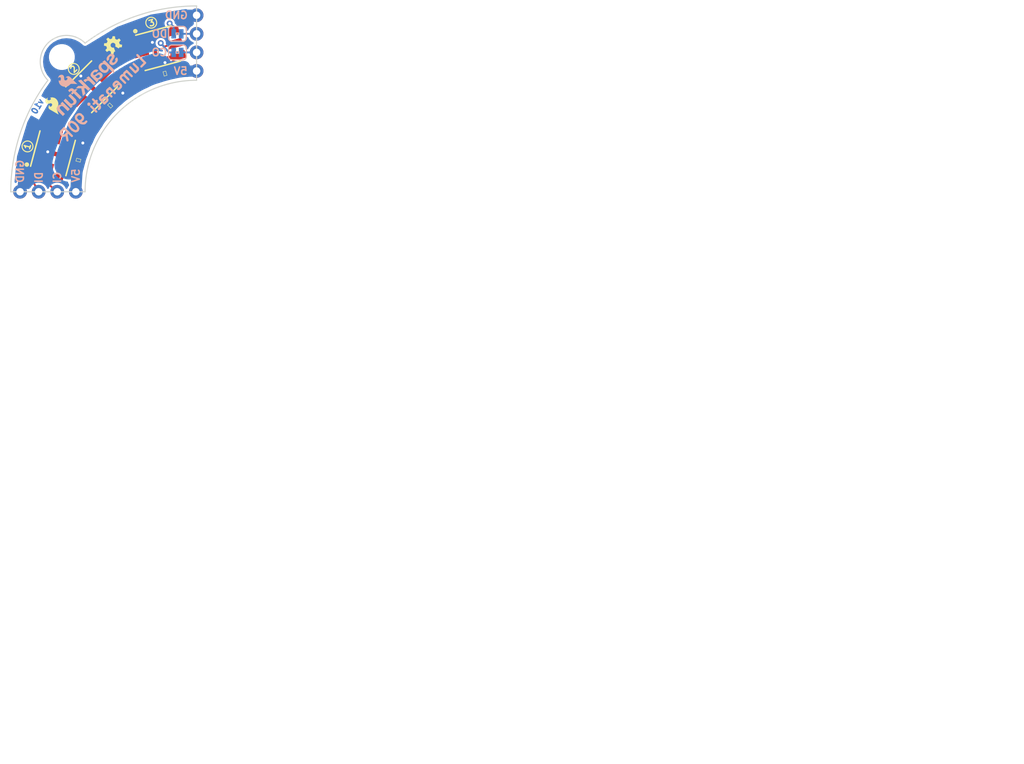
<source format=kicad_pcb>
(kicad_pcb (version 20170123) (host pcbnew no-vcs-found-5013ea2~58~ubuntu16.04.1)

  (general
    (links 24)
    (no_connects 0)
    (area 131.061757 84.829514 273.1934 194.5874)
    (thickness 1.6)
    (drawings 34)
    (tracks 112)
    (zones 0)
    (modules 19)
    (nets 13)
  )

  (page A4)
  (layers
    (0 F.Cu signal)
    (31 B.Cu signal)
    (32 B.Adhes user)
    (33 F.Adhes user)
    (34 B.Paste user)
    (35 F.Paste user)
    (36 B.SilkS user)
    (37 F.SilkS user hide)
    (38 B.Mask user)
    (39 F.Mask user)
    (40 Dwgs.User user hide)
    (41 Cmts.User user)
    (42 Eco1.User user)
    (43 Eco2.User user)
    (44 Edge.Cuts user)
    (45 Margin user)
    (46 B.CrtYd user)
    (47 F.CrtYd user)
    (48 B.Fab user)
    (49 F.Fab user)
  )

  (setup
    (last_trace_width 0.25)
    (user_trace_width 0.2032)
    (user_trace_width 0.254)
    (user_trace_width 0.4064)
    (user_trace_width 0.6096)
    (user_trace_width 0.8128)
    (user_trace_width 1.524)
    (user_trace_width 2.032)
    (user_trace_width 4.064)
    (trace_clearance 0.2)
    (zone_clearance 0.3048)
    (zone_45_only no)
    (trace_min 0.2)
    (segment_width 0.2)
    (edge_width 0.15)
    (via_size 0.8)
    (via_drill 0.4)
    (via_min_size 0.4)
    (via_min_drill 0.3)
    (uvia_size 0.3)
    (uvia_drill 0.1)
    (uvias_allowed no)
    (uvia_min_size 0.2)
    (uvia_min_drill 0.1)
    (pcb_text_width 0.3)
    (pcb_text_size 1.5 1.5)
    (mod_edge_width 0.15)
    (mod_text_size 1 1)
    (mod_text_width 0.15)
    (pad_size 1.524 1.524)
    (pad_drill 0.762)
    (pad_to_mask_clearance 0.1016)
    (aux_axis_origin 0 0)
    (visible_elements FFFFFF7F)
    (pcbplotparams
      (layerselection 0x00030_ffffffff)
      (usegerberextensions false)
      (excludeedgelayer true)
      (linewidth 0.100000)
      (plotframeref false)
      (viasonmask false)
      (mode 1)
      (useauxorigin false)
      (hpglpennumber 1)
      (hpglpenspeed 20)
      (hpglpendiameter 15)
      (psnegative false)
      (psa4output false)
      (plotreference true)
      (plotvalue true)
      (plotinvisibletext false)
      (padsonsilk false)
      (subtractmaskfromsilk false)
      (outputformat 1)
      (mirror false)
      (drillshape 1)
      (scaleselection 1)
      (outputdirectory ""))
  )

  (net 0 "")
  (net 1 GND)
  (net 2 +5V)
  (net 3 /DI)
  (net 4 /CI)
  (net 5 /DO)
  (net 6 /CO)
  (net 7 "Net-(U1-Pad5)")
  (net 8 "Net-(U1-Pad6)")
  (net 9 "Net-(U2-Pad6)")
  (net 10 "Net-(U2-Pad5)")
  (net 11 "Net-(JP1-Pad1)")
  (net 12 "Net-(JP2-Pad1)")

  (net_class Default "This is the default net class."
    (clearance 0.2)
    (trace_width 0.25)
    (via_dia 0.8)
    (via_drill 0.4)
    (uvia_dia 0.3)
    (uvia_drill 0.1)
    (add_net +5V)
    (add_net /CI)
    (add_net /CO)
    (add_net /DI)
    (add_net /DO)
    (add_net GND)
    (add_net "Net-(JP1-Pad1)")
    (add_net "Net-(JP2-Pad1)")
    (add_net "Net-(U1-Pad5)")
    (add_net "Net-(U1-Pad6)")
    (add_net "Net-(U2-Pad5)")
    (add_net "Net-(U2-Pad6)")
  )

  (module Pete:SMT-JUMPER_2_NC_TRACE_SILK (layer B.Cu) (tedit 595D5133) (tstamp 596F396A)
    (at 157.607 94.7928)
    (path /595D4DA8)
    (attr smd)
    (fp_text reference JP2 (at 0.0254 -1.6256) (layer B.SilkS) hide
      (effects (font (size 0.6096 0.6096) (thickness 0.127)) (justify mirror))
    )
    (fp_text value JUMPER-SMT_2_NC_TRACE_SILK (at 1.8288 -0.8382) (layer B.SilkS) hide
      (effects (font (size 0.6096 0.6096) (thickness 0.127)) (justify mirror))
    )
    (fp_arc (start 0.762 -0.5588) (end 1.2192 -0.5588) (angle -90) (layer B.SilkS) (width 0.1524))
    (fp_arc (start -0.762 -0.5588) (end -0.762 -1.016) (angle -90) (layer B.SilkS) (width 0.1524))
    (fp_arc (start -0.762 0.5588) (end -1.2192 0.5588) (angle -90) (layer B.SilkS) (width 0.1524))
    (fp_arc (start 0.762 0.5588) (end 0.762 1.016) (angle -90) (layer B.SilkS) (width 0.1524))
    (fp_line (start -0.1905 -0.127) (end -0.1905 0.127) (layer B.SilkS) (width 0.127))
    (fp_line (start 0.1905 -0.127) (end -0.1905 -0.127) (layer B.SilkS) (width 0.127))
    (fp_line (start 0.1905 0.127) (end 0.1905 -0.127) (layer B.SilkS) (width 0.127))
    (fp_line (start -0.1905 0.127) (end 0.1905 0.127) (layer B.SilkS) (width 0.127))
    (fp_line (start -0.508 0) (end 0.508 0) (layer B.Cu) (width 0.254))
    (fp_line (start -0.762 1.016) (end 0.762 1.016) (layer B.SilkS) (width 0.1524))
    (fp_line (start -1.2192 -0.5588) (end -1.2192 0.5588) (layer B.SilkS) (width 0.1524))
    (fp_line (start 1.2192 -0.5588) (end 1.2192 0.5588) (layer B.SilkS) (width 0.1524))
    (fp_line (start 0.762 -1.016) (end -0.762 -1.016) (layer B.SilkS) (width 0.1524))
    (pad 2 smd rect (at 0.508 0) (size 0.635 1.27) (layers B.Cu B.Paste B.Mask)
      (net 5 /DO))
    (pad 1 smd rect (at -0.508 0) (size 0.635 1.27) (layers B.Cu B.Paste B.Mask)
      (net 12 "Net-(JP2-Pad1)"))
  )

  (module Pete:SMT-JUMPER_2_NC_TRACE_SILK (layer B.Cu) (tedit 595D513D) (tstamp 596F3957)
    (at 157.607 97.3328)
    (path /595D4CC3)
    (attr smd)
    (fp_text reference JP1 (at 0 1.524) (layer B.SilkS) hide
      (effects (font (size 0.6096 0.6096) (thickness 0.127)) (justify mirror))
    )
    (fp_text value JUMPER-SMT_2_NC_TRACE_SILK (at 1.8288 -0.8382) (layer B.SilkS) hide
      (effects (font (size 0.6096 0.6096) (thickness 0.127)) (justify mirror))
    )
    (fp_arc (start 0.762 -0.5588) (end 1.2192 -0.5588) (angle -90) (layer B.SilkS) (width 0.1524))
    (fp_arc (start -0.762 -0.5588) (end -0.762 -1.016) (angle -90) (layer B.SilkS) (width 0.1524))
    (fp_arc (start -0.762 0.5588) (end -1.2192 0.5588) (angle -90) (layer B.SilkS) (width 0.1524))
    (fp_arc (start 0.762 0.5588) (end 0.762 1.016) (angle -90) (layer B.SilkS) (width 0.1524))
    (fp_line (start -0.1905 -0.127) (end -0.1905 0.127) (layer B.SilkS) (width 0.127))
    (fp_line (start 0.1905 -0.127) (end -0.1905 -0.127) (layer B.SilkS) (width 0.127))
    (fp_line (start 0.1905 0.127) (end 0.1905 -0.127) (layer B.SilkS) (width 0.127))
    (fp_line (start -0.1905 0.127) (end 0.1905 0.127) (layer B.SilkS) (width 0.127))
    (fp_line (start -0.508 0) (end 0.508 0) (layer B.Cu) (width 0.254))
    (fp_line (start -0.762 1.016) (end 0.762 1.016) (layer B.SilkS) (width 0.1524))
    (fp_line (start -1.2192 -0.5588) (end -1.2192 0.5588) (layer B.SilkS) (width 0.1524))
    (fp_line (start 1.2192 -0.5588) (end 1.2192 0.5588) (layer B.SilkS) (width 0.1524))
    (fp_line (start 0.762 -1.016) (end -0.762 -1.016) (layer B.SilkS) (width 0.1524))
    (pad 2 smd rect (at 0.508 0) (size 0.635 1.27) (layers B.Cu B.Paste B.Mask)
      (net 6 /CO))
    (pad 1 smd rect (at -0.508 0) (size 0.635 1.27) (layers B.Cu B.Paste B.Mask)
      (net 11 "Net-(JP1-Pad1)"))
  )

  (module Pete:line (layer F.Cu) (tedit 591372BA) (tstamp 59634114)
    (at 160.2232 116.3828 75)
    (fp_text reference REF** (at -4.572 -1.27 75) (layer F.SilkS) hide
      (effects (font (size 1 1) (thickness 0.15)))
    )
    (fp_text value line (at -5.207 -2.667 75) (layer F.Fab) hide
      (effects (font (size 1 1) (thickness 0.15)))
    )
    (fp_line (start 0 0) (end 0 -25.4) (layer Dwgs.User) (width 0.15))
  )

  (module Pete:line (layer F.Cu) (tedit 591372BA) (tstamp 5963410F)
    (at 160.2232 116.3828 45)
    (fp_text reference REF** (at -4.572 -1.27 45) (layer F.SilkS) hide
      (effects (font (size 1 1) (thickness 0.15)))
    )
    (fp_text value line (at -5.207 -2.667 45) (layer F.Fab) hide
      (effects (font (size 1 1) (thickness 0.15)))
    )
    (fp_line (start 0 0) (end 0 -25.4) (layer Dwgs.User) (width 0.15))
  )

  (module Pete:0603_revised (layer F.Cu) (tedit 5914AE47) (tstamp 596339F8)
    (at 144.0688 112.0648 75)
    (path /591344EB)
    (attr smd)
    (fp_text reference C1 (at 0.127 -0.9652 75) (layer F.SilkS) hide
      (effects (font (size 0.4064 0.4064) (thickness 0.0254)))
    )
    (fp_text value 0.1uF (at 0.2032 0.9398 75) (layer F.SilkS) hide
      (effects (font (size 0.4064 0.4064) (thickness 0.0254)))
    )
    (fp_line (start -0.8382 0.4699) (end -0.33782 0.4699) (layer Dwgs.User) (width 0.06604))
    (fp_line (start -0.33782 0.4699) (end -0.33782 -0.48006) (layer Dwgs.User) (width 0.06604))
    (fp_line (start -0.8382 -0.48006) (end -0.33782 -0.48006) (layer Dwgs.User) (width 0.06604))
    (fp_line (start -0.8382 0.4699) (end -0.8382 -0.48006) (layer Dwgs.User) (width 0.06604))
    (fp_line (start 0.3302 0.4699) (end 0.82804 0.4699) (layer Dwgs.User) (width 0.06604))
    (fp_line (start 0.82804 0.4699) (end 0.82804 -0.48006) (layer Dwgs.User) (width 0.06604))
    (fp_line (start 0.3302 -0.48006) (end 0.82804 -0.48006) (layer Dwgs.User) (width 0.06604))
    (fp_line (start 0.3302 0.4699) (end 0.3302 -0.48006) (layer Dwgs.User) (width 0.06604))
    (fp_line (start -0.19812 0.29972) (end 0.19812 0.29972) (layer F.SilkS) (width 0.06604))
    (fp_line (start 0.19812 0.29972) (end 0.19812 -0.29972) (layer F.SilkS) (width 0.06604))
    (fp_line (start -0.19812 -0.29972) (end 0.19812 -0.29972) (layer F.SilkS) (width 0.06604))
    (fp_line (start -0.19812 0.29972) (end -0.19812 -0.29972) (layer F.SilkS) (width 0.06604))
    (fp_line (start -1.47066 -0.98298) (end 1.47066 -0.98298) (layer Dwgs.User) (width 0.0508))
    (fp_line (start 1.47066 -0.98298) (end 1.47066 0.98298) (layer Dwgs.User) (width 0.0508))
    (fp_line (start 1.47066 0.98298) (end -1.47066 0.98298) (layer Dwgs.User) (width 0.0508))
    (fp_line (start -1.47066 0.98298) (end -1.47066 -0.98298) (layer Dwgs.User) (width 0.0508))
    (fp_line (start -0.3556 -0.4318) (end 0.3556 -0.4318) (layer Dwgs.User) (width 0.1016))
    (fp_line (start -0.3556 0.41656) (end 0.3556 0.41656) (layer Dwgs.User) (width 0.1016))
    (pad 1 smd rect (at -0.84836 0 75) (size 1.09982 0.99822) (layers F.Cu F.Paste F.Mask)
      (net 1 GND))
    (pad 2 smd rect (at 0.84836 0 75) (size 1.09982 0.99822) (layers F.Cu F.Paste F.Mask)
      (net 2 +5V))
  )

  (module Pete:0603_revised (layer F.Cu) (tedit 5914AE47) (tstamp 59633A10)
    (at 148.4122 104.5972 45)
    (path /59134598)
    (attr smd)
    (fp_text reference C2 (at 0.127 -0.9652 45) (layer F.SilkS) hide
      (effects (font (size 0.4064 0.4064) (thickness 0.0254)))
    )
    (fp_text value 0.1uF (at 0.2032 0.9398 45) (layer F.SilkS) hide
      (effects (font (size 0.4064 0.4064) (thickness 0.0254)))
    )
    (fp_line (start -0.3556 0.41656) (end 0.3556 0.41656) (layer Dwgs.User) (width 0.1016))
    (fp_line (start -0.3556 -0.4318) (end 0.3556 -0.4318) (layer Dwgs.User) (width 0.1016))
    (fp_line (start -1.47066 0.98298) (end -1.47066 -0.98298) (layer Dwgs.User) (width 0.0508))
    (fp_line (start 1.47066 0.98298) (end -1.47066 0.98298) (layer Dwgs.User) (width 0.0508))
    (fp_line (start 1.47066 -0.98298) (end 1.47066 0.98298) (layer Dwgs.User) (width 0.0508))
    (fp_line (start -1.47066 -0.98298) (end 1.47066 -0.98298) (layer Dwgs.User) (width 0.0508))
    (fp_line (start -0.19812 0.29972) (end -0.19812 -0.29972) (layer F.SilkS) (width 0.06604))
    (fp_line (start -0.19812 -0.29972) (end 0.19812 -0.29972) (layer F.SilkS) (width 0.06604))
    (fp_line (start 0.19812 0.29972) (end 0.19812 -0.29972) (layer F.SilkS) (width 0.06604))
    (fp_line (start -0.19812 0.29972) (end 0.19812 0.29972) (layer F.SilkS) (width 0.06604))
    (fp_line (start 0.3302 0.4699) (end 0.3302 -0.48006) (layer Dwgs.User) (width 0.06604))
    (fp_line (start 0.3302 -0.48006) (end 0.82804 -0.48006) (layer Dwgs.User) (width 0.06604))
    (fp_line (start 0.82804 0.4699) (end 0.82804 -0.48006) (layer Dwgs.User) (width 0.06604))
    (fp_line (start 0.3302 0.4699) (end 0.82804 0.4699) (layer Dwgs.User) (width 0.06604))
    (fp_line (start -0.8382 0.4699) (end -0.8382 -0.48006) (layer Dwgs.User) (width 0.06604))
    (fp_line (start -0.8382 -0.48006) (end -0.33782 -0.48006) (layer Dwgs.User) (width 0.06604))
    (fp_line (start -0.33782 0.4699) (end -0.33782 -0.48006) (layer Dwgs.User) (width 0.06604))
    (fp_line (start -0.8382 0.4699) (end -0.33782 0.4699) (layer Dwgs.User) (width 0.06604))
    (pad 2 smd rect (at 0.84836 0 45) (size 1.09982 0.99822) (layers F.Cu F.Paste F.Mask)
      (net 2 +5V))
    (pad 1 smd rect (at -0.84836 0 45) (size 1.09982 0.99822) (layers F.Cu F.Paste F.Mask)
      (net 1 GND))
  )

  (module Pete:0603_revised (layer F.Cu) (tedit 5914AE47) (tstamp 59633A28)
    (at 155.9052 100.2284 15)
    (path /59134604)
    (attr smd)
    (fp_text reference C3 (at 0.127 -0.9652 15) (layer F.SilkS) hide
      (effects (font (size 0.4064 0.4064) (thickness 0.0254)))
    )
    (fp_text value 0.1uF (at 0.2032 0.9398 15) (layer F.SilkS) hide
      (effects (font (size 0.4064 0.4064) (thickness 0.0254)))
    )
    (fp_line (start -0.8382 0.4699) (end -0.33782 0.4699) (layer Dwgs.User) (width 0.06604))
    (fp_line (start -0.33782 0.4699) (end -0.33782 -0.48006) (layer Dwgs.User) (width 0.06604))
    (fp_line (start -0.8382 -0.48006) (end -0.33782 -0.48006) (layer Dwgs.User) (width 0.06604))
    (fp_line (start -0.8382 0.4699) (end -0.8382 -0.48006) (layer Dwgs.User) (width 0.06604))
    (fp_line (start 0.3302 0.4699) (end 0.82804 0.4699) (layer Dwgs.User) (width 0.06604))
    (fp_line (start 0.82804 0.4699) (end 0.82804 -0.48006) (layer Dwgs.User) (width 0.06604))
    (fp_line (start 0.3302 -0.48006) (end 0.82804 -0.48006) (layer Dwgs.User) (width 0.06604))
    (fp_line (start 0.3302 0.4699) (end 0.3302 -0.48006) (layer Dwgs.User) (width 0.06604))
    (fp_line (start -0.19812 0.29972) (end 0.19812 0.29972) (layer F.SilkS) (width 0.06604))
    (fp_line (start 0.19812 0.29972) (end 0.19812 -0.29972) (layer F.SilkS) (width 0.06604))
    (fp_line (start -0.19812 -0.29972) (end 0.19812 -0.29972) (layer F.SilkS) (width 0.06604))
    (fp_line (start -0.19812 0.29972) (end -0.19812 -0.29972) (layer F.SilkS) (width 0.06604))
    (fp_line (start -1.47066 -0.98298) (end 1.47066 -0.98298) (layer Dwgs.User) (width 0.0508))
    (fp_line (start 1.47066 -0.98298) (end 1.47066 0.98298) (layer Dwgs.User) (width 0.0508))
    (fp_line (start 1.47066 0.98298) (end -1.47066 0.98298) (layer Dwgs.User) (width 0.0508))
    (fp_line (start -1.47066 0.98298) (end -1.47066 -0.98298) (layer Dwgs.User) (width 0.0508))
    (fp_line (start -0.3556 -0.4318) (end 0.3556 -0.4318) (layer Dwgs.User) (width 0.1016))
    (fp_line (start -0.3556 0.41656) (end 0.3556 0.41656) (layer Dwgs.User) (width 0.1016))
    (pad 1 smd rect (at -0.84836 0 15) (size 1.09982 0.99822) (layers F.Cu F.Paste F.Mask)
      (net 1 GND))
    (pad 2 smd rect (at 0.84836 0 15) (size 1.09982 0.99822) (layers F.Cu F.Paste F.Mask)
      (net 2 +5V))
  )

  (module Aesthetics:FIDUCIAL-1X2 (layer F.Cu) (tedit 595D3684) (tstamp 59633A2D)
    (at 158.0134 92.2528 90)
    (descr "FIDUCIAL - CIRCLE, 1MM")
    (tags "FIDUCIAL - CIRCLE, 1MM")
    (path /592FB75B)
    (attr smd)
    (fp_text reference FD1 (at 0 0 90) (layer F.SilkS) hide
      (effects (font (thickness 0.15)))
    )
    (fp_text value FIDUCIAL1X2 (at 0 0 90) (layer F.SilkS) hide
      (effects (font (thickness 0.15)))
    )
    (pad 1 smd circle (at 0 0 90) (size 0.99822 0.99822) (layers F.Cu F.Paste F.Mask))
  )

  (module Aesthetics:FIDUCIAL-1X2 (layer F.Cu) (tedit 595D3697) (tstamp 59633A32)
    (at 136.0932 114.046 90)
    (descr "FIDUCIAL - CIRCLE, 1MM")
    (tags "FIDUCIAL - CIRCLE, 1MM")
    (path /592FB6C9)
    (attr smd)
    (fp_text reference FD2 (at 0 0 90) (layer F.SilkS) hide
      (effects (font (thickness 0.15)))
    )
    (fp_text value FIDUCIAL1X2 (at 0 0 90) (layer F.SilkS) hide
      (effects (font (thickness 0.15)))
    )
    (pad 1 smd circle (at 0 0 90) (size 0.99822 0.99822) (layers F.Cu F.Paste F.Mask))
  )

  (module SFE_Connectors:1X04_NO_SILK (layer F.Cu) (tedit 595D35CE) (tstamp 59633A4A)
    (at 136.0932 116.3828)
    (descr "PLATED THROUGH HOLE - 4 PIN NO SILK OUTLINE")
    (tags "PLATED THROUGH HOLE - 4 PIN NO SILK OUTLINE")
    (path /592F91A7)
    (attr virtual)
    (fp_text reference J1 (at 0.254 -1.7018) (layer F.SilkS) hide
      (effects (font (size 0.6096 0.6096) (thickness 0.127)))
    )
    (fp_text value CONN_041X04_NO_SILK (at 0.5588 1.7272) (layer F.SilkS) hide
      (effects (font (size 0.6096 0.6096) (thickness 0.127)))
    )
    (fp_line (start 7.366 0.254) (end 7.874 0.254) (layer Dwgs.User) (width 0.06604))
    (fp_line (start 7.874 0.254) (end 7.874 -0.254) (layer Dwgs.User) (width 0.06604))
    (fp_line (start 7.366 -0.254) (end 7.874 -0.254) (layer Dwgs.User) (width 0.06604))
    (fp_line (start 7.366 0.254) (end 7.366 -0.254) (layer Dwgs.User) (width 0.06604))
    (fp_line (start 4.826 0.254) (end 5.334 0.254) (layer Dwgs.User) (width 0.06604))
    (fp_line (start 5.334 0.254) (end 5.334 -0.254) (layer Dwgs.User) (width 0.06604))
    (fp_line (start 4.826 -0.254) (end 5.334 -0.254) (layer Dwgs.User) (width 0.06604))
    (fp_line (start 4.826 0.254) (end 4.826 -0.254) (layer Dwgs.User) (width 0.06604))
    (fp_line (start 2.286 0.254) (end 2.794 0.254) (layer Dwgs.User) (width 0.06604))
    (fp_line (start 2.794 0.254) (end 2.794 -0.254) (layer Dwgs.User) (width 0.06604))
    (fp_line (start 2.286 -0.254) (end 2.794 -0.254) (layer Dwgs.User) (width 0.06604))
    (fp_line (start 2.286 0.254) (end 2.286 -0.254) (layer Dwgs.User) (width 0.06604))
    (fp_line (start -0.254 0.254) (end 0.254 0.254) (layer Dwgs.User) (width 0.06604))
    (fp_line (start 0.254 0.254) (end 0.254 -0.254) (layer Dwgs.User) (width 0.06604))
    (fp_line (start -0.254 -0.254) (end 0.254 -0.254) (layer Dwgs.User) (width 0.06604))
    (fp_line (start -0.254 0.254) (end -0.254 -0.254) (layer Dwgs.User) (width 0.06604))
    (pad 1 thru_hole circle (at 0 0) (size 1.8796 1.8796) (drill 1.016) (layers *.Cu *.Paste *.Mask)
      (net 1 GND))
    (pad 2 thru_hole circle (at 2.54 0) (size 1.8796 1.8796) (drill 1.016) (layers *.Cu *.Paste *.Mask)
      (net 3 /DI))
    (pad 3 thru_hole circle (at 5.08 0) (size 1.8796 1.8796) (drill 1.016) (layers *.Cu *.Paste *.Mask)
      (net 4 /CI))
    (pad 4 thru_hole circle (at 7.62 0) (size 1.8796 1.8796) (drill 1.016) (layers *.Cu *.Paste *.Mask)
      (net 2 +5V))
  )

  (module SFE_Connectors:1X04_NO_SILK (layer F.Cu) (tedit 595D35E2) (tstamp 59633A62)
    (at 160.2232 99.8728 90)
    (descr "PLATED THROUGH HOLE - 4 PIN NO SILK OUTLINE")
    (tags "PLATED THROUGH HOLE - 4 PIN NO SILK OUTLINE")
    (path /592F92AC)
    (attr virtual)
    (fp_text reference J2 (at 0.254 -1.7018 90) (layer F.SilkS) hide
      (effects (font (size 0.6096 0.6096) (thickness 0.127)))
    )
    (fp_text value CONN_041X04_NO_SILK (at 0.5588 1.7272 90) (layer F.SilkS) hide
      (effects (font (size 0.6096 0.6096) (thickness 0.127)))
    )
    (fp_line (start -0.254 0.254) (end -0.254 -0.254) (layer Dwgs.User) (width 0.06604))
    (fp_line (start -0.254 -0.254) (end 0.254 -0.254) (layer Dwgs.User) (width 0.06604))
    (fp_line (start 0.254 0.254) (end 0.254 -0.254) (layer Dwgs.User) (width 0.06604))
    (fp_line (start -0.254 0.254) (end 0.254 0.254) (layer Dwgs.User) (width 0.06604))
    (fp_line (start 2.286 0.254) (end 2.286 -0.254) (layer Dwgs.User) (width 0.06604))
    (fp_line (start 2.286 -0.254) (end 2.794 -0.254) (layer Dwgs.User) (width 0.06604))
    (fp_line (start 2.794 0.254) (end 2.794 -0.254) (layer Dwgs.User) (width 0.06604))
    (fp_line (start 2.286 0.254) (end 2.794 0.254) (layer Dwgs.User) (width 0.06604))
    (fp_line (start 4.826 0.254) (end 4.826 -0.254) (layer Dwgs.User) (width 0.06604))
    (fp_line (start 4.826 -0.254) (end 5.334 -0.254) (layer Dwgs.User) (width 0.06604))
    (fp_line (start 5.334 0.254) (end 5.334 -0.254) (layer Dwgs.User) (width 0.06604))
    (fp_line (start 4.826 0.254) (end 5.334 0.254) (layer Dwgs.User) (width 0.06604))
    (fp_line (start 7.366 0.254) (end 7.366 -0.254) (layer Dwgs.User) (width 0.06604))
    (fp_line (start 7.366 -0.254) (end 7.874 -0.254) (layer Dwgs.User) (width 0.06604))
    (fp_line (start 7.874 0.254) (end 7.874 -0.254) (layer Dwgs.User) (width 0.06604))
    (fp_line (start 7.366 0.254) (end 7.874 0.254) (layer Dwgs.User) (width 0.06604))
    (pad 4 thru_hole circle (at 7.62 0 90) (size 1.8796 1.8796) (drill 1.016) (layers *.Cu *.Paste *.Mask)
      (net 1 GND))
    (pad 3 thru_hole circle (at 5.08 0 90) (size 1.8796 1.8796) (drill 1.016) (layers *.Cu *.Paste *.Mask)
      (net 5 /DO))
    (pad 2 thru_hole circle (at 2.54 0 90) (size 1.8796 1.8796) (drill 1.016) (layers *.Cu *.Paste *.Mask)
      (net 6 /CO))
    (pad 1 thru_hole circle (at 0 0 90) (size 1.8796 1.8796) (drill 1.016) (layers *.Cu *.Paste *.Mask)
      (net 2 +5V))
  )

  (module SparkFun:SFE_LOGO_NAME_FLAME_.1 (layer B.Cu) (tedit 595D3651) (tstamp 59633A71)
    (at 150.622 98.679 225)
    (descr "SPARKFUN FONT LOGO W/ FLAME - 0.1\" HEIGHT - SILKSCREEN")
    (tags "SPARKFUN FONT LOGO W/ FLAME - 0.1\" HEIGHT - SILKSCREEN")
    (path /591F53CA)
    (attr virtual)
    (fp_text reference LOGO1 (at 0 0 225) (layer B.SilkS) hide
      (effects (font (thickness 0.15)) (justify mirror))
    )
    (fp_text value SFE_LOGO_NAME_FLAME.1_INCH (at 0 0 225) (layer B.SilkS) hide
      (effects (font (thickness 0.15)) (justify mirror))
    )
    (fp_poly (pts (xy 0.80772 1.39954) (xy 0.80772 1.33858) (xy 0.82804 1.28778) (xy 0.85852 1.24968)
      (xy 0.89916 1.2192) (xy 0.9398 1.18872) (xy 0.99822 1.17856) (xy 1.04902 1.1684)
      (xy 1.10998 1.15824) (xy 1.14808 1.1684) (xy 1.18872 1.1684) (xy 1.22936 1.17856)
      (xy 1.27 1.19888) (xy 1.3081 1.22936) (xy 1.33858 1.25984) (xy 1.34874 1.29794)
      (xy 1.3589 1.33858) (xy 1.34874 1.37922) (xy 1.32842 1.41986) (xy 1.28778 1.4478)
      (xy 1.23952 1.47828) (xy 1.17856 1.4986) (xy 1.09982 1.51892) (xy 1.01854 1.53924)
      (xy 0.91948 1.55956) (xy 0.82804 1.57988) (xy 0.7493 1.60782) (xy 0.67818 1.6383)
      (xy 0.6096 1.67894) (xy 0.54864 1.71958) (xy 0.508 1.778) (xy 0.47752 1.84912)
      (xy 0.4699 1.93802) (xy 0.47752 2.05994) (xy 0.51816 2.159) (xy 0.58928 2.23774)
      (xy 0.65786 2.2987) (xy 0.75946 2.3495) (xy 0.85852 2.36982) (xy 0.96774 2.3876)
      (xy 1.19888 2.3876) (xy 1.3081 2.36982) (xy 1.4097 2.33934) (xy 1.4986 2.2987)
      (xy 1.57988 2.23774) (xy 1.6383 2.159) (xy 1.6891 2.05994) (xy 1.70942 1.93802)
      (xy 1.33858 1.93802) (xy 1.32842 1.98882) (xy 1.3081 2.03962) (xy 1.28778 2.06756)
      (xy 1.25984 2.08788) (xy 1.2192 2.1082) (xy 1.1684 2.12852) (xy 0.99822 2.12852)
      (xy 0.96774 2.11836) (xy 0.92964 2.1082) (xy 0.89916 2.09804) (xy 0.87884 2.06756)
      (xy 0.85852 2.03962) (xy 0.85852 1.99898) (xy 0.86868 1.95834) (xy 0.89916 1.9177)
      (xy 0.9398 1.88976) (xy 0.99822 1.85928) (xy 1.05918 1.83896) (xy 1.13792 1.8288)
      (xy 1.2192 1.80848) (xy 1.29794 1.78816) (xy 1.37922 1.76784) (xy 1.46812 1.74752)
      (xy 1.53924 1.70942) (xy 1.60782 1.66878) (xy 1.66878 1.61798) (xy 1.70942 1.55956)
      (xy 1.7399 1.48844) (xy 1.74752 1.39954) (xy 1.72974 1.27) (xy 1.6891 1.15824)
      (xy 1.62814 1.0795) (xy 1.5494 1.00838) (xy 1.4478 0.95758) (xy 1.33858 0.92964)
      (xy 1.2192 0.90932) (xy 1.09982 0.89916) (xy 0.9779 0.90932) (xy 0.85852 0.92964)
      (xy 0.7493 0.95758) (xy 0.6477 1.00838) (xy 0.56896 1.0795) (xy 0.49784 1.1684)
      (xy 0.45974 1.27) (xy 0.43942 1.39954) (xy 0.75946 1.39954)) (layer B.SilkS) (width 0.01))
    (fp_poly (pts (xy 2.9083 1.39954) (xy 2.93878 1.47828) (xy 2.94894 1.55956) (xy 2.94894 1.6383)
      (xy 3.33756 1.62814) (xy 3.32994 1.48844) (xy 3.29946 1.3589) (xy 3.24866 1.23952)) (layer B.SilkS) (width 0.01))
    (fp_poly (pts (xy 3.24866 1.23952) (xy 3.1877 1.12776) (xy 3.0988 1.03886) (xy 2.98958 0.95758)
      (xy 2.86766 0.91948) (xy 2.7178 0.89916) (xy 2.65938 0.90932) (xy 2.59842 0.91948)
      (xy 2.54 0.92964) (xy 2.47904 0.95758) (xy 2.42824 0.98806) (xy 2.37998 1.01854)
      (xy 2.33934 1.06934) (xy 2.2987 1.1176) (xy 2.28854 1.1176) (xy 2.28854 0.09906)
      (xy 2.2479 0.1397) (xy 2.19964 0.18796) (xy 2.14884 0.2286) (xy 2.09804 0.26924)
      (xy 2.04978 0.30988) (xy 1.99898 0.35814) (xy 1.95834 0.39878) (xy 1.90754 0.43942)
      (xy 1.90754 2.28854) (xy 1.94818 2.2987) (xy 1.99898 2.30886) (xy 2.04978 2.30886)
      (xy 2.08788 2.31902) (xy 2.13868 2.32918) (xy 2.17932 2.33934) (xy 2.22758 2.3495)
      (xy 2.27838 2.35966) (xy 2.27838 2.17932) (xy 2.31902 2.22758) (xy 2.35966 2.26822)
      (xy 2.40792 2.30886) (xy 2.45872 2.33934) (xy 2.50952 2.36982) (xy 2.56794 2.37998)
      (xy 2.6289 2.3876) (xy 2.69748 2.3876) (xy 2.84988 2.37998) (xy 2.98958 2.32918)
      (xy 3.0988 2.25806) (xy 3.1877 2.159) (xy 3.25882 2.04978) (xy 3.29946 1.9177)
      (xy 3.32994 1.778) (xy 3.33756 1.62814) (xy 2.94894 1.6383) (xy 2.94894 1.72974)
      (xy 2.93878 1.80848) (xy 2.9083 1.88976) (xy 2.87782 1.95834) (xy 2.82956 2.0193)
      (xy 2.7686 2.05994) (xy 2.69748 2.08788) (xy 2.60858 2.09804) (xy 2.52984 2.08788)
      (xy 2.44856 2.05994) (xy 2.39776 2.0193) (xy 2.3495 1.95834) (xy 2.31902 1.88976)
      (xy 2.28854 1.80848) (xy 2.27838 1.72974) (xy 2.27838 1.55956) (xy 2.2987 1.47828)
      (xy 2.31902 1.39954) (xy 2.3495 1.32842) (xy 2.39776 1.27762) (xy 2.45872 1.22936)
      (xy 2.52984 1.20904) (xy 2.61874 1.19888) (xy 2.69748 1.20904) (xy 2.77876 1.22936)
      (xy 2.83972 1.27762) (xy 2.87782 1.32842) (xy 2.9083 1.39954)) (layer B.SilkS) (width 0.01))
    (fp_poly (pts (xy 3.92938 1.74752) (xy 4.01828 1.75768) (xy 4.10972 1.76784) (xy 4.1783 1.778)
      (xy 4.2291 1.57988) (xy 4.20878 1.56972) (xy 4.18846 1.56972) (xy 4.15798 1.55956)
      (xy 4.11988 1.55956) (xy 4.0894 1.5494) (xy 4.04876 1.5494) (xy 4.02844 1.53924)
      (xy 4.00812 1.53924)) (layer B.SilkS) (width 0.01))
    (fp_poly (pts (xy 4.00812 1.53924) (xy 3.97764 1.52908) (xy 3.95986 1.51892) (xy 3.9497 1.50876)
      (xy 3.92938 1.4986) (xy 3.90906 1.48844) (xy 3.8989 1.47828) (xy 3.87858 1.46812)
      (xy 3.86842 1.4478) (xy 3.85826 1.42748) (xy 3.8481 1.4097) (xy 3.8481 1.38938)
      (xy 3.83794 1.36906) (xy 3.83794 1.31826) (xy 3.8481 1.28778) (xy 3.8481 1.27)
      (xy 3.85826 1.24968) (xy 3.86842 1.23952) (xy 3.87858 1.2192) (xy 3.8989 1.20904)
      (xy 3.90906 1.19888) (xy 3.92938 1.18872) (xy 3.9497 1.17856) (xy 3.96748 1.17856)
      (xy 3.9878 1.1684) (xy 4.00812 1.1684) (xy 4.02844 1.15824) (xy 4.07924 1.15824)
      (xy 4.1275 1.1684) (xy 4.1783 1.1684) (xy 4.21894 1.18872) (xy 4.25958 1.19888)
      (xy 4.28752 1.2192) (xy 4.30784 1.23952) (xy 4.32816 1.27) (xy 4.34848 1.28778)
      (xy 4.35864 1.31826) (xy 4.3688 1.34874) (xy 4.37896 1.36906) (xy 4.38912 1.39954)
      (xy 4.38912 1.62814) (xy 4.37896 1.61798) (xy 4.3688 1.60782) (xy 4.34848 1.60782)
      (xy 4.32816 1.59766) (xy 4.30784 1.5875) (xy 4.28752 1.5875) (xy 4.26974 1.57988)
      (xy 4.2291 1.57988) (xy 4.1783 1.778) (xy 4.24942 1.79832) (xy 4.30784 1.81864)
      (xy 4.35864 1.84912) (xy 4.38912 1.88976) (xy 4.38912 1.99898) (xy 4.37896 2.0193)
      (xy 4.3688 2.03962) (xy 4.35864 2.05994) (xy 4.34848 2.06756) (xy 4.33832 2.08788)
      (xy 4.318 2.09804) (xy 4.29768 2.1082) (xy 4.2799 2.11836) (xy 4.25958 2.11836)
      (xy 4.23926 2.12852) (xy 4.05892 2.12852) (xy 4.0386 2.11836) (xy 4.01828 2.1082)
      (xy 3.99796 2.09804) (xy 3.97764 2.08788) (xy 3.95986 2.07772) (xy 3.9497 2.06756)
      (xy 3.92938 2.04978) (xy 3.91922 2.03962) (xy 3.90906 2.0193) (xy 3.8989 1.98882)
      (xy 3.88874 1.9685) (xy 3.88874 1.9177) (xy 3.49758 1.9177) (xy 3.50774 1.97866)
      (xy 3.5179 2.03962) (xy 3.53822 2.09804) (xy 3.5687 2.13868) (xy 3.59918 2.18948)
      (xy 3.62966 2.22758) (xy 3.66776 2.25806) (xy 3.71856 2.28854) (xy 3.76936 2.31902)
      (xy 3.81762 2.33934) (xy 3.86842 2.3495) (xy 3.92938 2.36982) (xy 3.9878 2.37998)
      (xy 4.0386 2.3876) (xy 4.26974 2.3876) (xy 4.318 2.37998) (xy 4.37896 2.37998)
      (xy 4.42976 2.36982) (xy 4.47802 2.3495) (xy 4.52882 2.33934) (xy 4.57962 2.31902)
      (xy 4.61772 2.28854) (xy 4.65836 2.25806) (xy 4.699 2.22758) (xy 4.72948 2.18948)
      (xy 4.7498 2.14884) (xy 4.76758 2.09804) (xy 4.77774 2.04978) (xy 4.77774 1.17856)
      (xy 4.7879 1.15824) (xy 4.7879 1.06934) (xy 4.79806 1.04902) (xy 4.79806 1.0287)
      (xy 4.80822 1.00838) (xy 4.80822 0.9779) (xy 4.81838 0.95758) (xy 4.82854 0.94996)
      (xy 4.82854 0.9398) (xy 4.43992 0.9398) (xy 4.43992 0.94996) (xy 4.42976 0.95758)
      (xy 4.42976 0.96774) (xy 4.4196 0.9779) (xy 4.4196 1.00838) (xy 4.40944 1.01854)
      (xy 4.40944 1.0795) (xy 4.38912 1.04902) (xy 4.35864 1.0287) (xy 4.33832 1.00838)
      (xy 4.30784 0.98806) (xy 4.2799 0.9779) (xy 4.24942 0.95758) (xy 4.21894 0.94996)
      (xy 4.18846 0.9398) (xy 4.15798 0.92964) (xy 4.1275 0.91948) (xy 4.09956 0.91948)
      (xy 4.06908 0.90932) (xy 4.02844 0.90932) (xy 3.99796 0.89916) (xy 3.88874 0.89916)
      (xy 3.83794 0.90932) (xy 3.78968 0.90932) (xy 3.74904 0.91948) (xy 3.69824 0.9398)
      (xy 3.6576 0.95758) (xy 3.62966 0.9779) (xy 3.58902 0.99822) (xy 3.55854 1.0287)
      (xy 3.53822 1.05918) (xy 3.50774 1.09982) (xy 3.48996 1.12776) (xy 3.4798 1.17856)
      (xy 3.45948 1.2192) (xy 3.45948 1.27) (xy 3.44932 1.31826) (xy 3.46964 1.42748)
      (xy 3.49758 1.51892) (xy 3.53822 1.5875) (xy 3.60934 1.64846) (xy 3.67792 1.6891)
      (xy 3.7592 1.71958) (xy 3.83794 1.7399) (xy 3.92938 1.74752)) (layer B.SilkS) (width 0.01))
    (fp_poly (pts (xy 4.99872 2.28854) (xy 5.04952 2.2987) (xy 5.08762 2.30886) (xy 5.13842 2.30886)
      (xy 5.18922 2.31902) (xy 5.22986 2.32918) (xy 5.27812 2.33934) (xy 5.32892 2.3495)
      (xy 5.36956 2.35966) (xy 5.36956 2.08788) (xy 5.40766 2.159) (xy 5.4483 2.2098)
      (xy 5.4991 2.26822) (xy 5.5499 2.30886) (xy 5.61848 2.3495) (xy 5.67944 2.36982)
      (xy 5.74802 2.3876) (xy 5.88772 2.3876) (xy 5.89788 2.37998) (xy 5.90804 2.37998)
      (xy 5.90804 2.0193) (xy 5.89788 2.0193) (xy 5.87756 2.02946) (xy 5.76834 2.02946)
      (xy 5.66928 2.0193) (xy 5.588 1.99898) (xy 5.51942 1.95834) (xy 5.46862 1.89992)
      (xy 5.42798 1.8288) (xy 5.40766 1.75768) (xy 5.38988 1.66878) (xy 5.38988 0.9398)
      (xy 4.99872 0.9398) (xy 4.99872 2.11836)) (layer B.SilkS) (width 0.01))
    (fp_poly (pts (xy 6.0579 2.6797) (xy 6.44906 2.88798) (xy 6.44906 1.84912) (xy 6.93928 2.35966)
      (xy 7.39902 2.35966) (xy 6.86816 1.83896) (xy 7.45998 0.9398) (xy 6.98754 0.9398)
      (xy 6.59892 1.56972) (xy 6.44906 1.42748) (xy 6.44906 0.9398) (xy 6.0579 0.9398)) (layer B.SilkS) (width 0.01))
    (fp_poly (pts (xy 7.69874 2.09804) (xy 7.30758 2.09804) (xy 7.34822 2.12852) (xy 7.3787 2.159)
      (xy 7.40918 2.18948) (xy 7.44982 2.22758) (xy 7.47776 2.25806) (xy 7.50824 2.28854)
      (xy 7.54888 2.31902) (xy 7.57936 2.35966) (xy 7.69874 2.35966) (xy 7.69874 2.55778)
      (xy 7.72922 2.63906) (xy 7.7597 2.70764) (xy 7.80796 2.7686) (xy 7.87908 2.8194)
      (xy 7.95782 2.8575) (xy 8.05942 2.88798) (xy 8.34898 2.88798) (xy 8.3693 2.87782)
      (xy 8.3693 2.59842) (xy 8.19912 2.59842) (xy 8.15848 2.58826) (xy 8.13816 2.5781)
      (xy 8.11784 2.56794) (xy 8.09752 2.54) (xy 8.0899 2.51968) (xy 8.0899 2.47904)
      (xy 8.07974 2.4384) (xy 8.07974 2.35966) (xy 8.34898 2.35966) (xy 8.34898 2.09804)
      (xy 8.07974 2.09804) (xy 8.07974 0.9398) (xy 7.69874 0.9398) (xy 7.69874 1.94818)) (layer B.SilkS) (width 0.01))
    (fp_poly (pts (xy 9.78916 0.9398) (xy 9.41832 0.9398) (xy 9.41832 1.13792) (xy 9.40816 1.13792)
      (xy 9.36752 1.0795) (xy 9.32942 1.0287) (xy 9.27862 0.98806) (xy 9.21766 0.95758)
      (xy 9.1694 0.9398) (xy 9.10844 0.91948) (xy 9.03986 0.90932) (xy 8.9789 0.89916)
      (xy 8.8392 0.90932) (xy 8.72998 0.94996) (xy 8.63854 0.99822) (xy 8.56996 1.05918)
      (xy 8.51916 1.14808) (xy 8.48868 1.24968) (xy 8.46836 1.3589) (xy 8.46836 2.35966)
      (xy 8.84936 2.35966) (xy 8.84936 1.55956) (xy 8.85952 1.47828) (xy 8.86968 1.39954)
      (xy 8.87984 1.33858) (xy 8.90778 1.29794) (xy 8.93826 1.25984) (xy 8.98906 1.22936)
      (xy 9.03986 1.2192) (xy 9.09828 1.20904) (xy 9.17956 1.2192) (xy 9.23798 1.22936)
      (xy 9.28878 1.25984) (xy 9.32942 1.29794) (xy 9.3599 1.3589) (xy 9.38784 1.42748)
      (xy 9.398 1.50876) (xy 9.398 2.35966) (xy 9.78916 2.35966) (xy 9.78916 1.1176)) (layer B.SilkS) (width 0.01))
    (fp_poly (pts (xy 9.99998 2.35966) (xy 10.36828 2.35966) (xy 10.36828 2.159) (xy 10.37844 2.159)
      (xy 10.41908 2.21996) (xy 10.45972 2.25806) (xy 10.50798 2.2987) (xy 10.56894 2.33934)
      (xy 10.6299 2.35966) (xy 10.68832 2.37998) (xy 10.74928 2.3876) (xy 10.8077 2.3876)
      (xy 10.94994 2.37998) (xy 11.05916 2.3495) (xy 11.14806 2.2987) (xy 11.21918 2.22758)
      (xy 11.26998 2.14884) (xy 11.29792 2.04978) (xy 11.31824 1.93802) (xy 11.3284 1.80848)
      (xy 11.3284 0.9398) (xy 10.93978 0.9398) (xy 10.93978 1.7399) (xy 10.92962 1.81864)
      (xy 10.91946 1.88976) (xy 10.9093 1.94818) (xy 10.87882 1.99898) (xy 10.84834 2.03962)
      (xy 10.79754 2.06756) (xy 10.74928 2.07772) (xy 10.68832 2.08788) (xy 10.60958 2.07772)
      (xy 10.54862 2.06756) (xy 10.49782 2.03962) (xy 10.45972 1.98882) (xy 10.42924 1.93802)
      (xy 10.39876 1.86944) (xy 10.3886 1.778) (xy 10.3886 0.9398) (xy 9.99998 0.9398)
      (xy 9.99998 2.17932)) (layer B.SilkS) (width 0.01))
    (fp_poly (pts (xy 8.24992 4.77774) (xy 8.24992 4.699) (xy 8.23976 4.66852) (xy 8.2296 4.63804)
      (xy 8.19912 4.61772) (xy 8.16864 4.60756) (xy 8.09752 4.60756) (xy 8.05942 4.62788)
      (xy 8.01878 4.6482) (xy 7.9883 4.66852) (xy 7.94766 4.699) (xy 7.91972 4.71932)
      (xy 7.88924 4.7498) (xy 7.86892 4.7879) (xy 7.8486 4.81838) (xy 7.83844 4.85902)
      (xy 7.82828 4.8895) (xy 7.83844 4.91998) (xy 7.8486 4.93776) (xy 7.85876 4.96824)
      (xy 7.87908 4.99872) (xy 7.91972 5.0292) (xy 7.95782 5.04952) (xy 8.00862 5.05968)
      (xy 8.04926 5.06984) (xy 8.07974 5.06984) (xy 8.10768 5.05968) (xy 8.13816 5.05968)
      (xy 8.128 5.06984) (xy 8.0899 5.09778) (xy 8.02894 5.12826) (xy 7.94766 5.15874)
      (xy 7.85876 5.18922) (xy 7.7597 5.18922) (xy 7.64794 5.1689) (xy 7.53872 5.10794)
      (xy 7.44982 5.0292) (xy 7.39902 4.95808) (xy 7.36854 4.86918) (xy 7.36854 4.7879)
      (xy 7.38886 4.699) (xy 7.43966 4.60756) (xy 7.50824 4.52882) (xy 7.58952 4.43992)
      (xy 7.6581 4.35864) (xy 7.68858 4.28752) (xy 7.68858 4.21894) (xy 7.66826 4.15798)
      (xy 7.62762 4.10972) (xy 7.5692 4.06908) (xy 7.48792 4.04876) (xy 7.40918 4.04876)
      (xy 7.35838 4.05892) (xy 7.30758 4.07924) (xy 7.27964 4.09956) (xy 7.24916 4.1275)
      (xy 7.22884 4.16814) (xy 7.21868 4.19862) (xy 7.21868 4.2291) (xy 7.22884 4.25958)
      (xy 7.24916 4.28752) (xy 7.26948 4.30784) (xy 7.2898 4.32816) (xy 7.31774 4.33832)
      (xy 7.33806 4.34848) (xy 7.35838 4.35864) (xy 7.36854 4.3688) (xy 7.34822 4.37896)
      (xy 7.3279 4.37896) (xy 7.2898 4.38912) (xy 7.20852 4.38912) (xy 7.14756 4.37896)
      (xy 7.0993 4.35864) (xy 7.0485 4.33832) (xy 7.00786 4.30784) (xy 6.9596 4.2799)
      (xy 6.92912 4.2291) (xy 6.89864 4.16814) (xy 6.87832 4.10972) (xy 6.86816 4.01828)
      (xy 6.858 3.92938) (xy 6.858 2.64922) (xy 6.86816 2.64922) (xy 6.88848 2.6797)
      (xy 6.91896 2.70764) (xy 6.94944 2.74828) (xy 6.9977 2.79908) (xy 7.0485 2.8575)
      (xy 7.10946 2.91846) (xy 7.15772 2.98958) (xy 7.22884 3.05816) (xy 7.2898 3.11912)
      (xy 7.33806 3.17754) (xy 7.38886 3.21818) (xy 7.43966 3.25882) (xy 7.48792 3.2893)
      (xy 7.54888 3.29946) (xy 7.73938 3.29946) (xy 7.85876 3.31978) (xy 7.96798 3.34772)
      (xy 8.06958 3.38836) (xy 8.16864 3.44932) (xy 8.24992 3.5179) (xy 8.32866 3.59918)
      (xy 8.39978 3.68808) (xy 8.49884 3.86842) (xy 8.54964 4.04876) (xy 8.5598 4.2291)
      (xy 8.52932 4.38912) (xy 8.47852 4.52882) (xy 8.40994 4.6482) (xy 8.32866 4.73964)) (layer B.SilkS) (width 0.01))
  )

  (module SparkFun:OSHW-LOGO-MINI (layer F.Cu) (tedit 595D3668) (tstamp 59633A76)
    (at 148.7932 96.3422 40)
    (descr "OPEN-SOURCE HARDWARE (OSHW) LOGO - MINI - SILKSCREEN")
    (tags "OPEN-SOURCE HARDWARE (OSHW) LOGO - MINI - SILKSCREEN")
    (path /591CA41A)
    (attr virtual)
    (fp_text reference LOGO2 (at -0.096857 6.928339 40) (layer F.SilkS) hide
      (effects (font (thickness 0.15)))
    )
    (fp_text value OSHW-LOGOMINI (at 2.443143 9.468339 40) (layer F.SilkS) hide
      (effects (font (thickness 0.15)))
    )
    (fp_poly (pts (xy 1.23444 0.17018) (xy 1.23444 -0.14732) (xy 0.8763 -0.20574) (xy 0.8763 -0.24638)
      (xy 0.86614 -0.25654) (xy 0.86614 -0.27686) (xy 0.85598 -0.28702) (xy 0.84582 -0.30734)
      (xy 0.84582 -0.32512) (xy 0.83566 -0.33528) (xy 0.83566 -0.3556) (xy 0.8255 -0.36576)
      (xy 0.81534 -0.38608) (xy 0.80518 -0.39624) (xy 0.80518 -0.41656) (xy 0.79502 -0.42672)
      (xy 0.78486 -0.44704) (xy 0.7747 -0.4572) (xy 0.98552 -0.74676) (xy 0.75438 -0.9652)
      (xy 0.46482 -0.76708) (xy 0.45466 -0.77724) (xy 0.43434 -0.78486) (xy 0.42418 -0.78486)
      (xy 0.4064 -0.79502) (xy 0.39624 -0.80518) (xy 0.37592 -0.81534) (xy 0.36576 -0.81534)
      (xy 0.34544 -0.8255) (xy 0.33528 -0.83566) (xy 0.31496 -0.83566) (xy 0.29464 -0.84582)
      (xy 0.28448 -0.84582) (xy 0.26416 -0.85598) (xy 0.25654 -0.85598) (xy 0.23622 -0.86614)
      (xy 0.2159 -0.86614) (xy 0.15494 -1.21666) (xy -0.16256 -1.21666) (xy -0.22098 -0.86614)
      (xy -0.23114 -0.86614) (xy -0.25146 -0.85598) (xy -0.27178 -0.85598) (xy -0.28194 -0.84582)
      (xy -0.30226 -0.84582) (xy -0.32258 -0.83566) (xy -0.33274 -0.83566) (xy -0.35306 -0.8255)
      (xy -0.36322 -0.81534) (xy -0.381 -0.81534) (xy -0.39116 -0.80518) (xy -0.41148 -0.79502)
      (xy -0.42164 -0.78486) (xy -0.44196 -0.78486) (xy -0.45212 -0.77724) (xy -0.47244 -0.76708)
      (xy -0.762 -0.9652) (xy -0.98298 -0.74676) (xy -0.78232 -0.4572) (xy -0.79248 -0.44704)
      (xy -0.79248 -0.42672) (xy -0.80264 -0.41656) (xy -0.8128 -0.39624) (xy -0.82296 -0.38608)
      (xy -0.82296 -0.36576) (xy -0.83312 -0.3556) (xy -0.84328 -0.33528) (xy -0.84328 -0.32512)
      (xy -0.86106 -0.28702) (xy -0.86106 -0.27686) (xy -0.87122 -0.25654) (xy -0.87122 -0.24638)
      (xy -0.88138 -0.22606) (xy -0.88138 -0.20574) (xy -1.2319 -0.14732) (xy -1.2319 0.17018)
      (xy -0.88138 0.23114) (xy -0.88138 0.2413) (xy -0.87122 0.26162) (xy -0.87122 0.28194)
      (xy -0.86106 0.2921) (xy -0.86106 0.31242) (xy -0.8509 0.32258) (xy -0.84328 0.34036)
      (xy -0.84328 0.36068) (xy -0.83312 0.37084) (xy -0.83312 0.39116) (xy -0.82296 0.40132)
      (xy -0.8128 0.42164) (xy -0.80264 0.4318) (xy -0.79248 0.45212) (xy -0.79248 0.46228)
      (xy -0.78232 0.4826) (xy -0.98298 0.762) (xy -0.762 0.9906) (xy -0.47244 0.79248)
      (xy -0.46228 0.79248) (xy -0.45212 0.8001) (xy -0.44196 0.8001) (xy -0.4318 0.81026)
      (xy -0.42164 0.81026) (xy -0.41148 0.82042) (xy -0.40132 0.82042) (xy -0.39116 0.83058)
      (xy -0.381 0.83058) (xy -0.37338 0.84074) (xy -0.36322 0.84074) (xy -0.35306 0.8509)
      (xy -0.33274 0.8509) (xy -0.32258 0.86106) (xy -0.12192 0.32258) (xy -0.1524 0.31242)
      (xy -0.19304 0.2921) (xy -0.21336 0.27178) (xy -0.23114 0.26162) (xy -0.25146 0.2413)
      (xy -0.26162 0.22098) (xy -0.28194 0.20066) (xy -0.30226 0.16256) (xy -0.31242 0.13208)
      (xy -0.33274 0.09144) (xy -0.33274 0.06096) (xy -0.3429 0.03048) (xy -0.3429 -0.0254)
      (xy -0.30226 -0.14732) (xy -0.26162 -0.20574) (xy -0.2413 -0.22606) (xy -0.21336 -0.24638)
      (xy -0.19304 -0.2667) (xy -0.16256 -0.28702) (xy -0.13208 -0.29718) (xy -0.1016 -0.31496)
      (xy -0.07112 -0.31496) (xy -0.03302 -0.32512) (xy 0.03556 -0.32512) (xy 0.06604 -0.31496)
      (xy 0.09652 -0.31496) (xy 0.12446 -0.29718) (xy 0.15494 -0.28702) (xy 0.2159 -0.24638)
      (xy 0.25654 -0.20574) (xy 0.29464 -0.14732) (xy 0.3048 -0.11684) (xy 0.32512 -0.08636)
      (xy 0.32512 -0.05588) (xy 0.33528 -0.0254) (xy 0.33528 0.06096) (xy 0.32512 0.09144)
      (xy 0.32512 0.11176) (xy 0.31496 0.13208) (xy 0.3048 0.16256) (xy 0.29464 0.18034)
      (xy 0.27432 0.20066) (xy 0.26416 0.22098) (xy 0.22606 0.26162) (xy 0.20574 0.27178)
      (xy 0.18542 0.2921) (xy 0.12446 0.32258) (xy 0.32512 0.86106) (xy 0.32512 0.8509)
      (xy 0.34544 0.8509) (xy 0.3556 0.84074) (xy 0.36576 0.84074) (xy 0.37592 0.83058)
      (xy 0.38608 0.83058) (xy 0.39624 0.82042) (xy 0.41656 0.82042) (xy 0.42418 0.81026)
      (xy 0.43434 0.81026) (xy 0.45466 0.79248) (xy 0.46482 0.79248) (xy 0.75438 0.9906)
      (xy 0.98552 0.762) (xy 0.7747 0.4826) (xy 0.78486 0.46228) (xy 0.79502 0.45212)
      (xy 0.80518 0.4318) (xy 0.80518 0.42164) (xy 0.81534 0.40132) (xy 0.8255 0.39116)
      (xy 0.83566 0.37084) (xy 0.83566 0.36068) (xy 0.85598 0.32258) (xy 0.85598 0.31242)
      (xy 0.86614 0.2921) (xy 0.86614 0.28194) (xy 0.8763 0.26162) (xy 0.8763 0.2413)
      (xy 0.88646 0.23114)) (layer F.SilkS) (width 0.01))
  )

  (module Pete:APA102_3 (layer F.Cu) (tedit 591CA5E4) (tstamp 59633A84)
    (at 140.589 111.125 255)
    (path /59134083)
    (fp_text reference U1 (at 0 3.556 255) (layer F.SilkS) hide
      (effects (font (size 0.889 0.889) (thickness 0.22225)))
    )
    (fp_text value APA102 (at 0 0 345) (layer F.SilkS) hide
      (effects (font (size 0.889 0.6) (thickness 0.15)))
    )
    (fp_circle (center 2.413 3.048) (end 2.4765 3.1115) (layer F.SilkS) (width 0.15))
    (fp_circle (center 2.413 3.048) (end 2.54 3.2385) (layer F.SilkS) (width 0.15))
    (fp_line (start -2.5 2.5) (end 2.5 2.5) (layer F.SilkS) (width 0.2032))
    (fp_line (start -2.5 -2.5) (end 2.5 -2.5) (layer F.SilkS) (width 0.2032))
    (pad 1 smd rect (at 2.4 1.7 255) (size 2 1.1) (layers F.Cu F.Paste F.Mask)
      (net 3 /DI) (solder_mask_margin 0.1016))
    (pad 2 smd rect (at 2.399998 0 255) (size 2 1.1) (layers F.Cu F.Paste F.Mask)
      (net 4 /CI) (solder_mask_margin 0.1016))
    (pad 3 smd rect (at 2.4 -1.700001 255) (size 2 1.1) (layers F.Cu F.Paste F.Mask)
      (net 1 GND) (solder_mask_margin 0.1016))
    (pad 4 smd rect (at -2.4 -1.7 75) (size 2 1.1) (layers F.Cu F.Paste F.Mask)
      (net 2 +5V) (solder_mask_margin 0.1016))
    (pad 5 smd rect (at -2.399998 0 75) (size 2 1.1) (layers F.Cu F.Paste F.Mask)
      (net 7 "Net-(U1-Pad5)") (solder_mask_margin 0.1016))
    (pad 6 smd rect (at -2.4 1.700001 75) (size 2 1.1) (layers F.Cu F.Paste F.Mask)
      (net 8 "Net-(U1-Pad6)") (solder_mask_margin 0.1016))
  )

  (module Pete:APA102_3 (layer F.Cu) (tedit 591CA5E4) (tstamp 59633A92)
    (at 145.8722 102.0318 225)
    (path /59134180)
    (fp_text reference U2 (at 0 3.556 225) (layer F.SilkS) hide
      (effects (font (size 0.889 0.889) (thickness 0.22225)))
    )
    (fp_text value APA102 (at 0 0 315) (layer F.SilkS) hide
      (effects (font (size 0.889 0.6) (thickness 0.15)))
    )
    (fp_line (start -2.5 -2.5) (end 2.5 -2.5) (layer F.SilkS) (width 0.2032))
    (fp_line (start -2.5 2.5) (end 2.5 2.5) (layer F.SilkS) (width 0.2032))
    (fp_circle (center 2.413 3.048) (end 2.54 3.2385) (layer F.SilkS) (width 0.15))
    (fp_circle (center 2.413 3.048) (end 2.4765 3.1115) (layer F.SilkS) (width 0.15))
    (pad 6 smd rect (at -2.4 1.700001 45) (size 2 1.1) (layers F.Cu F.Paste F.Mask)
      (net 9 "Net-(U2-Pad6)") (solder_mask_margin 0.1016))
    (pad 5 smd rect (at -2.399998 0 45) (size 2 1.1) (layers F.Cu F.Paste F.Mask)
      (net 10 "Net-(U2-Pad5)") (solder_mask_margin 0.1016))
    (pad 4 smd rect (at -2.4 -1.7 45) (size 2 1.1) (layers F.Cu F.Paste F.Mask)
      (net 2 +5V) (solder_mask_margin 0.1016))
    (pad 3 smd rect (at 2.4 -1.700001 225) (size 2 1.1) (layers F.Cu F.Paste F.Mask)
      (net 1 GND) (solder_mask_margin 0.1016))
    (pad 2 smd rect (at 2.399998 0 225) (size 2 1.1) (layers F.Cu F.Paste F.Mask)
      (net 7 "Net-(U1-Pad5)") (solder_mask_margin 0.1016))
    (pad 1 smd rect (at 2.4 1.7 225) (size 2 1.1) (layers F.Cu F.Paste F.Mask)
      (net 8 "Net-(U1-Pad6)") (solder_mask_margin 0.1016))
  )

  (module Pete:APA102_3 (layer F.Cu) (tedit 591CA5E4) (tstamp 59633AA0)
    (at 154.9654 96.7486 195)
    (path /591341EC)
    (fp_text reference U3 (at 0 3.556 195) (layer F.SilkS) hide
      (effects (font (size 0.889 0.889) (thickness 0.22225)))
    )
    (fp_text value APA102 (at 0 0 285) (layer F.SilkS) hide
      (effects (font (size 0.889 0.6) (thickness 0.15)))
    )
    (fp_circle (center 2.413 3.048) (end 2.4765 3.1115) (layer F.SilkS) (width 0.15))
    (fp_circle (center 2.413 3.048) (end 2.54 3.2385) (layer F.SilkS) (width 0.15))
    (fp_line (start -2.5 2.5) (end 2.5 2.5) (layer F.SilkS) (width 0.2032))
    (fp_line (start -2.5 -2.5) (end 2.5 -2.5) (layer F.SilkS) (width 0.2032))
    (pad 1 smd rect (at 2.4 1.7 195) (size 2 1.1) (layers F.Cu F.Paste F.Mask)
      (net 9 "Net-(U2-Pad6)") (solder_mask_margin 0.1016))
    (pad 2 smd rect (at 2.399998 0 195) (size 2 1.1) (layers F.Cu F.Paste F.Mask)
      (net 10 "Net-(U2-Pad5)") (solder_mask_margin 0.1016))
    (pad 3 smd rect (at 2.4 -1.700001 195) (size 2 1.1) (layers F.Cu F.Paste F.Mask)
      (net 1 GND) (solder_mask_margin 0.1016))
    (pad 4 smd rect (at -2.4 -1.7 15) (size 2 1.1) (layers F.Cu F.Paste F.Mask)
      (net 2 +5V) (solder_mask_margin 0.1016))
    (pad 5 smd rect (at -2.399998 0 15) (size 2 1.1) (layers F.Cu F.Paste F.Mask)
      (net 11 "Net-(JP1-Pad1)") (solder_mask_margin 0.1016))
    (pad 6 smd rect (at -2.4 1.700001 15) (size 2 1.1) (layers F.Cu F.Paste F.Mask)
      (net 12 "Net-(JP2-Pad1)") (solder_mask_margin 0.1016))
  )

  (module Pete:line (layer F.Cu) (tedit 591372BA) (tstamp 596340E7)
    (at 160.2232 116.3828 15)
    (fp_text reference REF** (at -4.572 -1.27 15) (layer F.SilkS) hide
      (effects (font (size 1 1) (thickness 0.15)))
    )
    (fp_text value line (at -5.207 -2.667 15) (layer F.Fab) hide
      (effects (font (size 1 1) (thickness 0.15)))
    )
    (fp_line (start 0 0) (end 0 -25.4) (layer Dwgs.User) (width 0.15))
  )

  (module Pete:STAND-OFF_115_2 (layer F.Cu) (tedit 59160095) (tstamp 5963489C)
    (at 141.8082 97.9678 90)
    (descr "STAND OFF")
    (tags "STAND OFF")
    (attr virtual)
    (fp_text reference Ref** (at 0 0 90) (layer F.SilkS) hide
      (effects (font (thickness 0.15)))
    )
    (fp_text value Val** (at 0 0 90) (layer F.SilkS) hide
      (effects (font (thickness 0.15)))
    )
    (fp_circle (center 0 0) (end 2.794 0) (layer Dwgs.User) (width 0.15))
    (fp_circle (center 0 0) (end -1.397 1.397) (layer Dwgs.User) (width 0.0635))
    (fp_circle (center 0 0) (end -0.8255 0.8255) (layer Dwgs.User) (width 0.127))
    (fp_line (start -1.651 0) (end 1.651 0) (layer Dwgs.User) (width 0.127))
    (fp_line (start 0 1.651) (end 0 -1.651) (layer Dwgs.User) (width 0.127))
    (fp_arc (start 0 0) (end 0 -1.8542) (angle 180) (layer Dwgs.User) (width 0.2032))
    (fp_arc (start 0 0) (end 0 1.8542) (angle 180) (layer Dwgs.User) (width 0.2032))
    (fp_arc (start 0 0) (end 0 -1.8542) (angle 180) (layer Dwgs.User) (width 0.2032))
    (fp_arc (start 0 0) (end 0 1.8542) (angle 180) (layer Dwgs.User) (width 0.2032))
    (pad "" np_thru_hole circle (at 0 0 90) (size 2.921 2.921) (drill 2.921) (layers *.Cu *.Mask))
  )

  (module Aesthetics:SFE_LOGO_FLAME_.1 (layer F.Cu) (tedit 200000) (tstamp 595EE655)
    (at 141.5034 106.2736 60)
    (descr "SPARKFUN FLAME LOGO - 0.1\" HEIGHT - SILKSCREEN")
    (tags "SPARKFUN FLAME LOGO - 0.1\" HEIGHT - SILKSCREEN")
    (attr virtual)
    (fp_text reference "" (at 0 0 60) (layer F.SilkS)
      (effects (font (thickness 0.15)))
    )
    (fp_text value "" (at 0 0 60) (layer F.SilkS)
      (effects (font (thickness 0.15)))
    )
    (fp_poly (pts (xy 1.69926 -2.4892) (xy 1.69926 -2.39776) (xy 1.6891 -2.36982) (xy 1.67894 -2.3495)
      (xy 1.64846 -2.31902) (xy 1.61798 -2.30886) (xy 1.5875 -2.30886) (xy 1.50876 -2.32918)
      (xy 1.46812 -2.3495) (xy 1.43764 -2.36982) (xy 1.39954 -2.39776) (xy 1.33858 -2.45872)
      (xy 1.29794 -2.51968) (xy 1.28778 -2.55778) (xy 1.28778 -2.61874) (xy 1.29794 -2.64922)
      (xy 1.3081 -2.66954) (xy 1.32842 -2.69748) (xy 1.36906 -2.72796) (xy 1.4097 -2.74828)
      (xy 1.45796 -2.75844) (xy 1.4986 -2.7686) (xy 1.55956 -2.7686) (xy 1.57988 -2.75844)
      (xy 1.5875 -2.75844) (xy 1.57988 -2.7686) (xy 1.53924 -2.79908) (xy 1.39954 -2.86766)
      (xy 1.3081 -2.88798) (xy 1.20904 -2.88798) (xy 1.09982 -2.86766) (xy 0.98806 -2.80924)
      (xy 0.89916 -2.73812) (xy 0.84836 -2.65938) (xy 0.81788 -2.56794) (xy 0.81788 -2.4892)
      (xy 0.8382 -2.39776) (xy 0.889 -2.30886) (xy 0.95758 -2.22758) (xy 1.03886 -2.13868)
      (xy 1.10998 -2.06756) (xy 1.13792 -1.98882) (xy 1.13792 -1.9177) (xy 1.1176 -1.85928)
      (xy 1.0795 -1.80848) (xy 1.01854 -1.76784) (xy 0.9398 -1.74752) (xy 0.85852 -1.74752)
      (xy 0.80772 -1.75768) (xy 0.75946 -1.778) (xy 0.6985 -1.83896) (xy 0.67818 -1.86944)
      (xy 0.66802 -1.89992) (xy 0.66802 -1.93802) (xy 0.67818 -1.9685) (xy 0.73914 -2.02946)
      (xy 0.76962 -2.03962) (xy 0.80772 -2.05994) (xy 0.81788 -2.06756) (xy 0.77978 -2.08788)
      (xy 0.65786 -2.08788) (xy 0.59944 -2.07772) (xy 0.54864 -2.06756) (xy 0.49784 -2.04978)
      (xy 0.45974 -2.0193) (xy 0.40894 -1.97866) (xy 0.34798 -1.8796) (xy 0.32766 -1.80848)
      (xy 0.3175 -1.72974) (xy 0.3175 -0.35814) (xy 0.3683 -0.40894) (xy 0.39878 -0.45974)
      (xy 0.44958 -0.508) (xy 0.49784 -0.56896) (xy 0.61976 -0.68834) (xy 0.73914 -0.82804)
      (xy 0.8382 -0.92964) (xy 0.9398 -0.98806) (xy 0.99822 -0.99822) (xy 1.18872 -0.99822)
      (xy 1.3081 -1.01854) (xy 1.41986 -1.04902) (xy 1.51892 -1.08966) (xy 1.61798 -1.14808)
      (xy 1.69926 -1.2192) (xy 1.778 -1.29794) (xy 1.84912 -1.38938) (xy 1.94818 -1.56972)
      (xy 1.99898 -1.75768) (xy 2.00914 -1.92786) (xy 1.97866 -2.08788) (xy 1.92786 -2.23774)
      (xy 1.85928 -2.3495) (xy 1.778 -2.4384)) (layer F.SilkS) (width 0.01))
  )

  (dimension 10.16 (width 0.3) (layer Dwgs.User)
    (gr_text "0.4000 in" (at 165.815 96.0628 270) (layer Dwgs.User) (tstamp 598DCE93)
      (effects (font (size 1.5 1.5) (thickness 0.3)))
    )
    (feature1 (pts (xy 160.2232 101.1428) (xy 167.165 101.1428)))
    (feature2 (pts (xy 160.2232 90.9828) (xy 167.165 90.9828)))
    (crossbar (pts (xy 164.465 90.9828) (xy 164.465 101.1428)))
    (arrow1a (pts (xy 164.465 101.1428) (xy 163.878579 100.016296)))
    (arrow1b (pts (xy 164.465 101.1428) (xy 165.051421 100.016296)))
    (arrow2a (pts (xy 164.465 90.9828) (xy 163.878579 92.109304)))
    (arrow2b (pts (xy 164.465 90.9828) (xy 165.051421 92.109304)))
  )
  (dimension 25.4 (width 0.3) (layer Dwgs.User)
    (gr_text "1.0000 in" (at 147.5232 122.889) (layer Dwgs.User) (tstamp 598DCE94)
      (effects (font (size 1.5 1.5) (thickness 0.3)))
    )
    (feature1 (pts (xy 134.8232 116.3828) (xy 134.8232 124.239)))
    (feature2 (pts (xy 160.2232 116.3828) (xy 160.2232 124.239)))
    (crossbar (pts (xy 160.2232 121.539) (xy 134.8232 121.539)))
    (arrow1a (pts (xy 134.8232 121.539) (xy 135.949704 120.952579)))
    (arrow1b (pts (xy 134.8232 121.539) (xy 135.949704 122.125421)))
    (arrow2a (pts (xy 160.2232 121.539) (xy 159.096696 120.952579)))
    (arrow2b (pts (xy 160.2232 121.539) (xy 159.096696 122.125421)))
  )
  (gr_text v10 (at 271.0434 193.1924) (layer Cmts.User)
    (effects (font (size 1.5 1.5) (thickness 0.3)))
  )
  (gr_text 7/7/17 (at 210.82 193.167) (layer Cmts.User)
    (effects (font (size 1.5 1.5) (thickness 0.3)))
  )
  (gr_text "Lumenati 90R" (at 194.5132 189.6364) (layer Cmts.User)
    (effects (font (size 1.5 1.5) (thickness 0.3)))
  )
  (gr_text "Released under the Creative Commons\nAttribution Share-Alike 4.0 License\nhttps://creativecommons.org/licenses/by-sa/4.0/\nDesigned by Pete Dokter" (at 178.5874 175.3616) (layer Cmts.User)
    (effects (font (size 1.5 1.5) (thickness 0.3)) (justify left))
  )
  (gr_circle (center 137.1092 110.1852) (end 137.6934 110.6424) (layer F.SilkS) (width 0.15) (tstamp 595EE6E9))
  (gr_circle (center 143.4338 99.5934) (end 144.018 100.0506) (layer F.SilkS) (width 0.15) (tstamp 595EE6E7))
  (gr_circle (center 154.0256 93.2688) (end 154.6098 93.726) (layer F.SilkS) (width 0.15))
  (gr_text 3 (at 154.0764 93.3196 15) (layer F.SilkS) (tstamp 595EE6C4)
    (effects (font (size 0.8128 0.8128) (thickness 0.1778)))
  )
  (gr_text 2 (at 143.4338 99.6188 45) (layer F.SilkS) (tstamp 595EE6C2)
    (effects (font (size 0.8128 0.8128) (thickness 0.1778)))
  )
  (gr_text 1 (at 137.1092 110.1852 75) (layer F.SilkS)
    (effects (font (size 0.8128 0.8128) (thickness 0.1778)))
  )
  (gr_text v10 (at 138.4808 104.7242 60) (layer B.Cu)
    (effects (font (size 0.8128 0.8128) (thickness 0.1778)) (justify mirror))
  )
  (gr_text "Lumenati 90R" (at 147.4216 103.5558 45) (layer B.SilkS)
    (effects (font (size 1.5 1.5) (thickness 0.3)) (justify mirror))
  )
  (gr_line (start 139.88796 101.16566) (end 139.90574 101.14534) (angle 90) (layer Edge.Cuts) (width 0.01284))
  (gr_line (start 144.99336 96.05518) (end 144.9832 96.0628) (angle 90) (layer Edge.Cuts) (width 0.01284))
  (gr_arc (start 160.2232 116.3828) (end 142.4432 116.4082) (angle 90) (layer Dwgs.User) (width 0.2))
  (gr_text GND (at 136.0932 113.5888 90) (layer B.SilkS) (tstamp 596F41BC)
    (effects (font (size 1.016 1.016) (thickness 0.2032)) (justify mirror))
  )
  (gr_text DI (at 138.6586 114.427 90) (layer B.SilkS) (tstamp 596F41BA)
    (effects (font (size 1.016 1.016) (thickness 0.2032)) (justify mirror))
  )
  (gr_text CI (at 141.1732 114.427 90) (layer B.SilkS) (tstamp 596F41B8)
    (effects (font (size 1.016 1.016) (thickness 0.2032)) (justify mirror))
  )
  (gr_text 5V (at 143.7132 114.173 90) (layer B.SilkS) (tstamp 596F41B2)
    (effects (font (size 1.016 1.016) (thickness 0.2032)) (justify mirror))
  )
  (gr_text GND (at 157.4546 92.2528) (layer B.SilkS) (tstamp 596F41B0)
    (effects (font (size 1.016 1.016) (thickness 0.2032)) (justify mirror))
  )
  (gr_text DO (at 155.1686 94.7928) (layer B.SilkS) (tstamp 596F41AE)
    (effects (font (size 1.016 1.016) (thickness 0.2032)) (justify mirror))
  )
  (gr_text CO (at 155.1432 97.3328) (layer B.SilkS) (tstamp 596F41AC)
    (effects (font (size 1.016 1.016) (thickness 0.2032)) (justify mirror))
  )
  (gr_text 5V (at 158.0388 99.8728) (layer B.SilkS)
    (effects (font (size 1.016 1.016) (thickness 0.2032)) (justify mirror))
  )
  (gr_arc (start 160.2232 116.3828) (end 144.9832 96.0628) (angle 36.9) (layer Edge.Cuts) (width 0.15))
  (gr_arc (start 160.2232 116.3828) (end 134.8232 116.3828) (angle 36.8) (layer Edge.Cuts) (width 0.15))
  (gr_arc (start 142.4432 98.6028) (end 139.9032 96.0628) (angle 90) (layer Edge.Cuts) (width 0.15))
  (gr_arc (start 142.4432 98.6028) (end 139.9032 101.1428) (angle 90) (layer Edge.Cuts) (width 0.15))
  (gr_arc (start 160.2232 116.3828) (end 144.9832 116.3828) (angle 90) (layer Edge.Cuts) (width 0.15))
  (gr_line (start 160.2232 101.1428) (end 160.2232 90.9828) (angle 90) (layer Edge.Cuts) (width 0.15))
  (gr_line (start 144.9832 116.3828) (end 134.8232 116.3828) (angle 90) (layer Edge.Cuts) (width 0.15))
  (gr_circle (center 160.2232 116.3828) (end 160.2232 115.7478) (layer Dwgs.User) (width 0.2))
  (gr_arc (start 160.2232 116.3828) (end 139.9032 116.3828) (angle 90) (layer Dwgs.User) (width 0.2))

  (segment (start 136.0932 116.3828) (end 136.3218 113.9444) (width 0.8128) (layer B.Cu) (net 1) (tstamp 595EE68E))
  (segment (start 136.3218 113.9444) (end 137.1346 111.0488) (width 0.8128) (layer B.Cu) (net 1) (tstamp 595EE68F))
  (segment (start 137.1346 111.0488) (end 139.8778 110.9218) (width 0.8128) (layer B.Cu) (net 1) (tstamp 595EE690))
  (segment (start 158.2928 92.2528) (end 156.9466 92.2274) (width 0.6096) (layer B.Cu) (net 1) (tstamp 595EE689))
  (segment (start 156.9466 92.2274) (end 155.3464 92.5322) (width 0.6096) (layer B.Cu) (net 1) (tstamp 595EE68A))
  (segment (start 155.3464 92.5322) (end 154.178 95.9612) (width 0.6096) (layer B.Cu) (net 1) (tstamp 595EE68B))
  (segment (start 160.2232 92.2528) (end 158.2928 92.2528) (width 1.524) (layer B.Cu) (net 1) (tstamp 595EE686))
  (segment (start 153.087171 99.011841) (end 154.6352 98.5774) (width 0.6096) (layer F.Cu) (net 1) (tstamp 595E3D65))
  (segment (start 154.6352 98.5774) (end 154.813 98.5266) (width 0.6096) (layer F.Cu) (net 1) (tstamp 595E3D6A))
  (segment (start 154.813 98.5266) (end 154.178 95.9612) (width 0.6096) (layer F.Cu) (net 1) (tstamp 595E3D7D))
  (via (at 154.178 95.9612) (size 0.8) (drill 0.4) (layers F.Cu B.Cu) (net 1))
  (segment (start 153.087171 99.011841) (end 153.3906 100.1268) (width 0.4064) (layer F.Cu) (net 1) (tstamp 595E3D4C))
  (segment (start 153.3906 100.1268) (end 154.1526 100.6856) (width 0.4064) (layer F.Cu) (net 1) (tstamp 595E3D50))
  (segment (start 154.1526 100.6856) (end 155.085747 100.447972) (width 0.4064) (layer F.Cu) (net 1) (tstamp 595E3D5A))
  (segment (start 145.377226 104.930939) (end 146.5072 103.7844) (width 0.6096) (layer F.Cu) (net 1) (tstamp 595E3CED))
  (segment (start 146.5072 103.7844) (end 146.5072 102.6922) (width 0.6096) (layer F.Cu) (net 1) (tstamp 595E3CF5))
  (segment (start 146.5072 102.6922) (end 144.399 100.5586) (width 0.6096) (layer F.Cu) (net 1) (tstamp 595E3CFA))
  (via (at 144.399 100.5586) (size 0.8) (drill 0.4) (layers F.Cu B.Cu) (net 1))
  (segment (start 145.377226 104.930939) (end 146.2024 105.7402) (width 0.4064) (layer F.Cu) (net 1) (tstamp 595E3CE0))
  (segment (start 146.2024 105.7402) (end 147.1168 105.8418) (width 0.4064) (layer F.Cu) (net 1) (tstamp 595E3CE4))
  (segment (start 147.1168 105.8418) (end 147.812319 105.197081) (width 0.4064) (layer F.Cu) (net 1) (tstamp 595E3CE9))
  (segment (start 141.609909 113.883215) (end 142.0368 112.3442) (width 0.6096) (layer F.Cu) (net 1) (tstamp 595E3CA0))
  (segment (start 142.0368 112.3442) (end 141.4272 111.3536) (width 0.6096) (layer F.Cu) (net 1) (tstamp 595E3CA6))
  (segment (start 141.4272 111.3536) (end 139.8778 110.9218) (width 0.6096) (layer F.Cu) (net 1) (tstamp 595E3CAB))
  (via (at 139.8778 110.9218) (size 0.8) (drill 0.4) (layers F.Cu B.Cu) (net 1))
  (segment (start 141.609909 113.883215) (end 142.7226 114.173) (width 0.4064) (layer F.Cu) (net 1) (tstamp 595E3C8D))
  (segment (start 142.7226 114.173) (end 143.6116 113.792) (width 0.4064) (layer F.Cu) (net 1) (tstamp 595E3C91))
  (segment (start 143.6116 113.792) (end 143.849228 112.884253) (width 0.4064) (layer F.Cu) (net 1) (tstamp 595E3C98))
  (segment (start 158.5976 99.905312) (end 158.5468 99.2886) (width 1.524) (layer B.Cu) (net 2) (tstamp 595FAE52))
  (segment (start 158.5468 99.2886) (end 155.3972 99.2886) (width 1.524) (layer B.Cu) (net 2) (tstamp 595FAE54))
  (segment (start 155.3972 99.2886) (end 155.3972 99.029157) (width 1.524) (layer B.Cu) (net 2) (tstamp 595FAE5A))
  (segment (start 160.2232 99.8728) (end 158.5976 99.905312) (width 1.524) (layer B.Cu) (net 2) (tstamp 595FADD1))
  (segment (start 158.5976 99.905312) (end 158.9532 99.8982) (width 1.524) (layer B.Cu) (net 2) (tstamp 595FAE50))
  (segment (start 158.9532 99.8982) (end 157.9626 99.9998) (width 1.524) (layer B.Cu) (net 2) (tstamp 595FADDB))
  (segment (start 157.9626 99.9998) (end 157.0736 100.1776) (width 1.524) (layer B.Cu) (net 2) (tstamp 595FADDD))
  (segment (start 157.0736 100.1776) (end 156.3116 100.3554) (width 1.524) (layer B.Cu) (net 2) (tstamp 595FADE1))
  (segment (start 156.3116 100.3554) (end 155.0416 100.711) (width 1.524) (layer B.Cu) (net 2) (tstamp 595FADE5))
  (segment (start 155.0416 100.711) (end 154.4828 99.568) (width 1.524) (layer B.Cu) (net 2) (tstamp 595FADEA))
  (segment (start 143.7132 116.3828) (end 143.8656 113.792) (width 1.524) (layer B.Cu) (net 2) (tstamp 595FABC5))
  (segment (start 143.8656 113.792) (end 143.9926 113.0808) (width 1.524) (layer B.Cu) (net 2) (tstamp 595FABD8))
  (segment (start 143.9926 113.0808) (end 143.002 111.9632) (width 1.524) (layer B.Cu) (net 2) (tstamp 595FABDD))
  (segment (start 156.724653 100.008828) (end 156.4894 99.1362) (width 0.4064) (layer F.Cu) (net 2) (tstamp 595EE6A5))
  (segment (start 156.4894 99.1362) (end 155.9052 98.7298) (width 0.4064) (layer F.Cu) (net 2) (tstamp 595EE6A6))
  (segment (start 157.723614 97.769508) (end 156.1846 98.1964) (width 0.6096) (layer F.Cu) (net 2) (tstamp 595EE69D))
  (segment (start 156.1846 98.1964) (end 155.9052 98.7298) (width 0.6096) (layer F.Cu) (net 2) (tstamp 595EE69E))
  (via (at 155.9052 98.7298) (size 0.8) (drill 0.4) (layers F.Cu B.Cu) (net 2))
  (segment (start 155.9052 98.7298) (end 155.3972 99.029157) (width 0.6096) (layer B.Cu) (net 2) (tstamp 595EE6A2))
  (segment (start 155.3972 99.029157) (end 154.4828 99.568) (width 0.6096) (layer B.Cu) (net 2) (tstamp 595FAE5B))
  (segment (start 142.8242 112.6744) (end 143.002 111.9632) (width 4.064) (layer B.Cu) (net 2) (tstamp 595E37E2))
  (segment (start 143.002 111.9632) (end 143.2052 111.252) (width 4.064) (layer B.Cu) (net 2) (tstamp 595E37EE))
  (segment (start 143.2052 111.252) (end 143.4084 110.7186) (width 4.064) (layer B.Cu) (net 2) (tstamp 595E37F5))
  (segment (start 143.4084 110.7186) (end 143.6624 110.0074) (width 4.064) (layer B.Cu) (net 2) (tstamp 595E37F7))
  (segment (start 143.6624 110.0074) (end 143.891 109.3216) (width 4.064) (layer B.Cu) (net 2) (tstamp 595E37F9))
  (segment (start 143.891 109.3216) (end 144.1704 108.8136) (width 4.064) (layer B.Cu) (net 2) (tstamp 595E37FA))
  (segment (start 144.1704 108.8136) (end 144.4752 108.1278) (width 4.064) (layer B.Cu) (net 2) (tstamp 595E37FD))
  (segment (start 144.4752 108.1278) (end 144.8054 107.5182) (width 4.064) (layer B.Cu) (net 2) (tstamp 595E3800))
  (segment (start 144.8054 107.5182) (end 145.1356 107.0356) (width 4.064) (layer B.Cu) (net 2) (tstamp 595E3809))
  (segment (start 145.1356 107.0356) (end 145.5674 106.4006) (width 4.064) (layer B.Cu) (net 2) (tstamp 595E380B))
  (segment (start 145.5674 106.4006) (end 145.923 105.8164) (width 4.064) (layer B.Cu) (net 2) (tstamp 595E380D))
  (segment (start 145.923 105.8164) (end 146.304 105.3338) (width 4.064) (layer B.Cu) (net 2) (tstamp 595E380E))
  (segment (start 146.304 105.3338) (end 146.7612 104.775) (width 4.064) (layer B.Cu) (net 2) (tstamp 595E3810))
  (segment (start 146.7612 104.775) (end 147.193 104.267) (width 4.064) (layer B.Cu) (net 2) (tstamp 595E3812))
  (segment (start 147.193 104.267) (end 147.6502 103.8352) (width 4.064) (layer B.Cu) (net 2) (tstamp 595E3815))
  (segment (start 147.6502 103.8352) (end 148.1582 103.3018) (width 4.064) (layer B.Cu) (net 2) (tstamp 595E381E))
  (segment (start 148.1582 103.3018) (end 148.6662 102.87) (width 4.064) (layer B.Cu) (net 2) (tstamp 595E3820))
  (segment (start 148.6662 102.87) (end 149.1488 102.4382) (width 4.064) (layer B.Cu) (net 2) (tstamp 595E3821))
  (segment (start 149.1488 102.4382) (end 149.6568 102.0572) (width 4.064) (layer B.Cu) (net 2) (tstamp 595E3823))
  (segment (start 149.6568 102.0572) (end 150.2156 101.6762) (width 4.064) (layer B.Cu) (net 2) (tstamp 595E3826))
  (segment (start 150.2156 101.6762) (end 150.7998 101.2952) (width 4.064) (layer B.Cu) (net 2) (tstamp 595E382F))
  (segment (start 150.7998 101.2952) (end 151.3586 100.965) (width 4.064) (layer B.Cu) (net 2) (tstamp 595E3831))
  (segment (start 151.3586 100.965) (end 151.9428 100.6348) (width 4.064) (layer B.Cu) (net 2) (tstamp 595E3834))
  (segment (start 151.9428 100.6348) (end 152.6032 100.33) (width 4.064) (layer B.Cu) (net 2) (tstamp 595E3836))
  (segment (start 152.6032 100.33) (end 153.162 100.0506) (width 4.064) (layer B.Cu) (net 2) (tstamp 595E3862))
  (segment (start 153.162 100.0506) (end 153.7716 99.7966) (width 4.064) (layer B.Cu) (net 2) (tstamp 595E3865))
  (segment (start 153.7716 99.7966) (end 154.4828 99.568) (width 4.064) (layer B.Cu) (net 2) (tstamp 595E3867))
  (segment (start 154.4828 99.568) (end 154.813 99.4664) (width 4.064) (layer B.Cu) (net 2) (tstamp 595E386C))
  (segment (start 149.012081 103.997319) (end 150.1394 102.8954) (width 0.4064) (layer F.Cu) (net 2) (tstamp 595E3CD8))
  (segment (start 148.771338 101.536825) (end 150.1394 102.8954) (width 0.6096) (layer F.Cu) (net 2) (tstamp 595E3CBF))
  (via (at 150.1394 102.8954) (size 0.8) (drill 0.4) (layers F.Cu B.Cu) (net 2))
  (segment (start 150.1394 102.8954) (end 148.1582 103.3018) (width 0.6096) (layer B.Cu) (net 2) (tstamp 595E3CCE))
  (segment (start 144.288372 111.245347) (end 144.67332 109.71784) (width 0.4064) (layer F.Cu) (net 2) (tstamp 595E3C86))
  (segment (start 142.85224 109.24677) (end 144.67332 109.71784) (width 0.6096) (layer F.Cu) (net 2) (tstamp 595E3C4A))
  (via (at 144.67332 109.71784) (size 0.8) (drill 0.4) (layers F.Cu B.Cu) (net 2))
  (segment (start 144.67332 109.71784) (end 143.4084 110.7186) (width 0.6096) (layer B.Cu) (net 2) (tstamp 595E3C55))
  (segment (start 155.37942 100.51542) (end 154.813 99.4664) (width 1.524) (layer B.Cu) (net 2) (tstamp 595E3917))
  (segment (start 138.6332 116.3828) (end 137.795 114.8842) (width 0.254) (layer F.Cu) (net 3) (tstamp 596349E7))
  (segment (start 137.795 114.8842) (end 138.32576 113.00323) (width 0.254) (layer F.Cu) (net 3) (tstamp 596349E8))
  (segment (start 139.967835 113.44322) (end 139.5476 114.9858) (width 0.254) (layer F.Cu) (net 4) (tstamp 596349EC))
  (segment (start 139.5476 114.9858) (end 141.1732 116.3828) (width 0.254) (layer F.Cu) (net 4) (tstamp 596349ED))
  (segment (start 160.2232 94.7928) (end 158.115 94.7928) (width 0.25) (layer B.Cu) (net 5) (tstamp 595D5327))
  (segment (start 160.2232 97.3328) (end 158.115 97.3328) (width 0.25) (layer B.Cu) (net 6) (tstamp 595D5322))
  (segment (start 144.175145 103.728855) (end 143.0528 104.8512) (width 0.254) (layer F.Cu) (net 7) (tstamp 596349FC))
  (segment (start 143.0528 104.8512) (end 141.6304 107.2642) (width 0.254) (layer F.Cu) (net 7) (tstamp 596349FD))
  (segment (start 141.210165 108.80678) (end 141.6304 107.2642) (width 0.254) (layer F.Cu) (net 7) (tstamp 596349F9))
  (segment (start 142.973062 102.526775) (end 141.8336 103.6574) (width 0.254) (layer F.Cu) (net 8) (tstamp 596349F4))
  (segment (start 141.8336 103.6574) (end 139.9794 106.807) (width 0.254) (layer F.Cu) (net 8) (tstamp 596349F5))
  (segment (start 139.568091 108.366785) (end 139.9794 106.807) (width 0.254) (layer F.Cu) (net 8) (tstamp 596349F1))
  (segment (start 152.207186 95.727692) (end 150.6728 96.139) (width 0.254) (layer F.Cu) (net 9) (tstamp 59634A04))
  (segment (start 150.6728 96.139) (end 147.4978 98.0186) (width 0.254) (layer F.Cu) (net 9) (tstamp 59634A05))
  (segment (start 146.367174 99.132661) (end 147.4978 98.0186) (width 0.254) (layer F.Cu) (net 9) (tstamp 59634A01))
  (segment (start 147.569255 100.334745) (end 148.6916 99.2124) (width 0.254) (layer F.Cu) (net 10) (tstamp 59634A0C))
  (segment (start 148.6916 99.2124) (end 151.1046 97.79) (width 0.254) (layer F.Cu) (net 10) (tstamp 59634A0D))
  (segment (start 152.64718 97.369765) (end 151.1046 97.79) (width 0.254) (layer F.Cu) (net 10) (tstamp 59634A09))
  (segment (start 157.28362 96.127435) (end 155.7528 96.5454) (width 0.25) (layer F.Cu) (net 11) (tstamp 595D52F1))
  (segment (start 155.7528 96.5454) (end 155.321 96.0628) (width 0.25) (layer F.Cu) (net 11) (tstamp 595D52FC))
  (via (at 155.321 96.0628) (size 0.8) (drill 0.4) (layers F.Cu B.Cu) (net 11))
  (segment (start 155.321 96.0628) (end 156.4386 97.3328) (width 0.25) (layer B.Cu) (net 11) (tstamp 595D530A))
  (segment (start 156.4386 97.3328) (end 157.099 97.3328) (width 0.25) (layer B.Cu) (net 11) (tstamp 595D5313))
  (segment (start 156.843629 94.485359) (end 156.5402 93.3704) (width 0.25) (layer F.Cu) (net 12) (tstamp 595D52CA))
  (via (at 156.5402 93.3704) (size 0.8) (drill 0.4) (layers F.Cu B.Cu) (net 12))
  (segment (start 156.5402 93.3704) (end 157.099 93.8022) (width 0.25) (layer B.Cu) (net 12) (tstamp 595D52DF))
  (segment (start 157.099 93.8022) (end 157.099 94.7928) (width 0.25) (layer B.Cu) (net 12) (tstamp 595D52E2))

  (zone (net 1) (net_name GND) (layer B.Cu) (tstamp 595E3DB4) (hatch edge 0.508)
    (connect_pads (clearance 0.3048))
    (min_thickness 0.254)
    (fill yes (arc_segments 32) (thermal_gap 0.508) (thermal_bridge_width 1.27))
    (polygon
      (pts
        (xy 161.925 118.11) (xy 133.35 118.11) (xy 133.35 90.17) (xy 161.925 90.17)
      )
    )
    (filled_polygon
      (pts
        (xy 158.904949 91.652973) (xy 158.724541 91.744789) (xy 158.654229 92.046924) (xy 158.644212 92.356971) (xy 158.694874 92.663015)
        (xy 158.724541 92.760811) (xy 158.94066 92.870801) (xy 159.558661 92.2528) (xy 159.517578 92.211717) (xy 159.7164 92.012895)
        (xy 159.7164 93.424139) (xy 159.605199 93.53534) (xy 159.61692 93.55837) (xy 159.584668 93.571401) (xy 159.359591 93.718688)
        (xy 159.167409 93.906886) (xy 159.015442 94.128829) (xy 158.969508 94.236) (xy 158.866389 94.236) (xy 158.866389 94.1578)
        (xy 158.858052 94.073152) (xy 158.833361 93.991758) (xy 158.793266 93.916744) (xy 158.739306 93.850994) (xy 158.673556 93.797034)
        (xy 158.598542 93.756939) (xy 158.517148 93.732248) (xy 158.4325 93.723911) (xy 157.7975 93.723911) (xy 157.712852 93.732248)
        (xy 157.65225 93.750632) (xy 157.651991 93.737181) (xy 157.64733 93.715814) (xy 157.645196 93.69405) (xy 157.635777 93.662854)
        (xy 157.628831 93.631011) (xy 157.620107 93.610953) (xy 157.613787 93.59002) (xy 157.598488 93.561247) (xy 157.585489 93.531359)
        (xy 157.573037 93.51338) (xy 157.562771 93.494072) (xy 157.542178 93.468823) (xy 157.523618 93.442024) (xy 157.507907 93.426802)
        (xy 157.494089 93.40986) (xy 157.46898 93.389088) (xy 157.445572 93.366409) (xy 157.439454 93.361612) (xy 157.37175 93.309296)
        (xy 157.372036 93.288838) (xy 157.340352 93.12882) (xy 157.27819 92.978004) (xy 157.187918 92.842134) (xy 157.072975 92.726386)
        (xy 156.937739 92.635168) (xy 156.78736 92.571954) (xy 156.627568 92.539154) (xy 156.464447 92.538015) (xy 156.304212 92.568581)
        (xy 156.152966 92.629689) (xy 156.016469 92.71901) (xy 155.899921 92.833142) (xy 155.807761 92.967738) (xy 155.743499 93.117672)
        (xy 155.709584 93.277231) (xy 155.707306 93.44034) (xy 155.736753 93.600785) (xy 155.796804 93.752454) (xy 155.885169 93.889571)
        (xy 155.998485 94.006913) (xy 156.132435 94.10001) (xy 156.281916 94.165317) (xy 156.347611 94.179761) (xy 156.347611 95.4278)
        (xy 156.355948 95.512448) (xy 156.380639 95.593842) (xy 156.420734 95.668856) (xy 156.474694 95.734606) (xy 156.540444 95.788566)
        (xy 156.615458 95.828661) (xy 156.696852 95.853352) (xy 156.7815 95.861689) (xy 157.4165 95.861689) (xy 157.501148 95.853352)
        (xy 157.582542 95.828661) (xy 157.607 95.815588) (xy 157.631458 95.828661) (xy 157.712852 95.853352) (xy 157.7975 95.861689)
        (xy 158.4325 95.861689) (xy 158.517148 95.853352) (xy 158.598542 95.828661) (xy 158.673556 95.788566) (xy 158.739306 95.734606)
        (xy 158.793266 95.668856) (xy 158.833361 95.593842) (xy 158.858052 95.512448) (xy 158.866389 95.4278) (xy 158.866389 95.3496)
        (xy 158.968396 95.3496) (xy 158.997373 95.422789) (xy 159.143085 95.648889) (xy 159.329937 95.84238) (xy 159.550814 95.995894)
        (xy 159.704439 96.063011) (xy 159.584668 96.111401) (xy 159.359591 96.258688) (xy 159.167409 96.446886) (xy 159.015442 96.668829)
        (xy 158.969508 96.776) (xy 158.866389 96.776) (xy 158.866389 96.6978) (xy 158.858052 96.613152) (xy 158.833361 96.531758)
        (xy 158.793266 96.456744) (xy 158.739306 96.390994) (xy 158.673556 96.337034) (xy 158.598542 96.296939) (xy 158.517148 96.272248)
        (xy 158.4325 96.263911) (xy 157.7975 96.263911) (xy 157.712852 96.272248) (xy 157.631458 96.296939) (xy 157.607 96.310012)
        (xy 157.582542 96.296939) (xy 157.501148 96.272248) (xy 157.4165 96.263911) (xy 156.7815 96.263911) (xy 156.696852 96.272248)
        (xy 156.615458 96.296939) (xy 156.540444 96.337034) (xy 156.474694 96.390994) (xy 156.420734 96.456744) (xy 156.416438 96.464781)
        (xy 156.150307 96.162359) (xy 156.152836 95.981238) (xy 156.121152 95.82122) (xy 156.05899 95.670404) (xy 155.968718 95.534534)
        (xy 155.853775 95.418786) (xy 155.718539 95.327568) (xy 155.56816 95.264354) (xy 155.408368 95.231554) (xy 155.245247 95.230415)
        (xy 155.085012 95.260981) (xy 154.933766 95.322089) (xy 154.797269 95.41141) (xy 154.680721 95.525542) (xy 154.588561 95.660138)
        (xy 154.524299 95.810072) (xy 154.490384 95.969631) (xy 154.488106 96.13274) (xy 154.517553 96.293185) (xy 154.577604 96.444854)
        (xy 154.665969 96.581971) (xy 154.779285 96.699313) (xy 154.913235 96.79241) (xy 155.062716 96.857717) (xy 155.222035 96.892745)
        (xy 155.311303 96.894615) (xy 155.49521 97.103601) (xy 155.074696 97.016537) (xy 154.593865 97.012365) (xy 154.12138 97.101665)
        (xy 154.088431 97.111552) (xy 153.758231 97.213152) (xy 153.75801 97.213245) (xy 153.728854 97.222392) (xy 153.017655 97.450992)
        (xy 152.938578 97.485243) (xy 152.855831 97.509314) (xy 152.823985 97.522323) (xy 152.214385 97.776323) (xy 152.154661 97.808374)
        (xy 152.09103 97.831741) (xy 152.060155 97.84691) (xy 151.535767 98.109104) (xy 150.910324 98.39777) (xy 150.837832 98.440258)
        (xy 150.760535 98.47319) (xy 150.730469 98.489907) (xy 150.146269 98.820107) (xy 150.140904 98.823874) (xy 150.134931 98.826556)
        (xy 150.105193 98.843849) (xy 149.546393 99.174049) (xy 149.516229 99.196109) (xy 149.48285 99.212905) (xy 149.453905 99.231495)
        (xy 148.869705 99.612495) (xy 148.863375 99.617568) (xy 148.856208 99.621361) (xy 148.827651 99.640541) (xy 148.268851 100.021541)
        (xy 148.239338 100.046206) (xy 148.206184 100.065712) (xy 148.17852 100.08616) (xy 147.67052 100.46716) (xy 147.604587 100.527513)
        (xy 147.531747 100.579316) (xy 147.50595 100.602075) (xy 147.046664 101.013015) (xy 146.562524 101.424534) (xy 146.484244 101.505495)
        (xy 146.397967 101.577883) (xy 146.374069 101.602628) (xy 145.911068 102.088779) (xy 145.501297 102.475785) (xy 145.42399 102.564602)
        (xy 145.338196 102.645268) (xy 145.315734 102.671324) (xy 144.883934 103.179324) (xy 144.880548 103.184202) (xy 144.876293 103.188356)
        (xy 144.854324 103.214828) (xy 144.397124 103.773629) (xy 144.394738 103.777208) (xy 144.39171 103.780269) (xy 144.370206 103.80712)
        (xy 143.989206 104.28972) (xy 143.917622 104.401266) (xy 143.836517 104.506095) (xy 143.818426 104.535355) (xy 143.495112 105.066514)
        (xy 143.100148 105.647343) (xy 142.772008 106.126932) (xy 142.718772 106.223847) (xy 142.655596 106.3146) (xy 142.639 106.344734)
        (xy 142.3088 106.954334) (xy 142.27802 107.027405) (xy 142.237942 107.095818) (xy 142.223751 107.127156) (xy 141.961314 107.717638)
        (xy 141.732179 108.134249) (xy 141.651122 108.323271) (xy 141.56474 108.509919) (xy 141.553634 108.542478) (xy 141.333321 109.203416)
        (xy 141.096813 109.865639) (xy 140.902809 110.374899) (xy 140.879526 110.460275) (xy 140.845878 110.542132) (xy 140.836197 110.575142)
        (xy 140.632997 111.286342) (xy 140.628698 111.309894) (xy 140.620339 111.332326) (xy 140.611763 111.365641) (xy 140.433963 112.076841)
        (xy 140.363418 112.552488) (xy 140.386603 113.032777) (xy 140.502637 113.499417) (xy 140.707097 113.934633) (xy 140.992198 114.321846)
        (xy 141.347078 114.646308) (xy 141.758222 114.895661) (xy 142.209969 115.060407) (xy 142.516473 115.108055) (xy 142.605665 115.32976)
        (xy 142.680792 115.473987) (xy 142.657409 115.496886) (xy 142.505442 115.718829) (xy 142.443093 115.8643) (xy 142.390111 115.735757)
        (xy 142.241257 115.511714) (xy 142.051721 115.32085) (xy 141.828723 115.170436) (xy 141.580756 115.0662) (xy 141.317265 115.012113)
        (xy 141.048287 115.010235) (xy 140.784067 115.060638) (xy 140.534668 115.161401) (xy 140.309591 115.308688) (xy 140.117409 115.496886)
        (xy 139.965442 115.718829) (xy 139.903093 115.8643) (xy 139.850111 115.735757) (xy 139.701257 115.511714) (xy 139.511721 115.32085)
        (xy 139.288723 115.170436) (xy 139.040756 115.0662) (xy 138.777265 115.012113) (xy 138.508287 115.010235) (xy 138.244067 115.060638)
        (xy 137.994668 115.161401) (xy 137.769591 115.308688) (xy 137.577409 115.496886) (xy 137.425442 115.718829) (xy 137.400367 115.777333)
        (xy 137.37574 115.764799) (xy 137.264539 115.876) (xy 135.853295 115.876) (xy 136.052117 115.677178) (xy 136.0932 115.718261)
        (xy 136.711201 115.10026) (xy 136.601211 114.884141) (xy 136.299076 114.813829) (xy 135.989029 114.803812) (xy 135.682985 114.854474)
        (xy 135.585189 114.884141) (xy 135.493373 115.064549) (xy 135.464515 115.035691) (xy 135.806471 111.54816) (xy 137.210537 106.897666)
        (xy 137.639414 106.091066) (xy 138.717064 106.713247) (xy 140.321498 103.934286) (xy 139.146804 103.256077) (xy 139.499509 102.592736)
        (xy 140.298752 101.459737) (xy 140.304402 101.44979) (xy 140.348162 101.385401) (xy 140.386809 101.294354) (xy 140.407035 101.197534)
        (xy 140.408072 101.098629) (xy 140.389877 101.001407) (xy 140.353145 100.909571) (xy 140.299275 100.826617) (xy 140.294821 100.821119)
        (xy 139.881382 100.317789) (xy 139.597062 99.787537) (xy 139.421149 99.212152) (xy 139.360346 98.613565) (xy 139.406349 98.12691)
        (xy 139.913413 98.12691) (xy 139.980403 98.491912) (xy 140.117014 98.836952) (xy 140.318041 99.148885) (xy 140.575829 99.415832)
        (xy 140.880556 99.627623) (xy 141.220618 99.776192) (xy 141.58306 99.85588) (xy 141.954078 99.863652) (xy 142.319539 99.799211)
        (xy 142.665524 99.665013) (xy 142.978853 99.466168) (xy 143.247593 99.210251) (xy 143.461506 98.907009) (xy 143.612446 98.567993)
        (xy 143.694662 98.206116) (xy 143.700581 97.78225) (xy 143.628501 97.418219) (xy 143.487086 97.07512) (xy 143.281723 96.766024)
        (xy 143.020234 96.502703) (xy 142.712579 96.295187) (xy 142.370476 96.15138) (xy 142.006956 96.07676) (xy 141.635866 96.07417)
        (xy 141.27134 96.143707) (xy 140.927263 96.282723) (xy 140.61674 96.485923) (xy 140.3516 96.745568) (xy 140.141941 97.051767)
        (xy 139.99575 97.392857) (xy 139.918594 97.755847) (xy 139.913413 98.12691) (xy 139.406349 98.12691) (xy 139.41697 98.014559)
        (xy 139.588859 97.437966) (xy 139.86947 96.90574) (xy 140.254921 96.429746) (xy 140.728214 96.04098) (xy 141.258471 95.756659)
        (xy 141.833849 95.580749) (xy 142.432435 95.519946) (xy 143.031441 95.57657) (xy 143.608034 95.748459) (xy 144.14026 96.02907)
        (xy 144.6395 96.433345) (xy 144.653726 96.444948) (xy 144.68011 96.468981) (xy 144.691986 96.476153) (xy 144.702732 96.484918)
        (xy 144.734238 96.501671) (xy 144.764777 96.520115) (xy 144.777811 96.524841) (xy 144.790063 96.531356) (xy 144.824227 96.541671)
        (xy 144.857762 96.553831) (xy 144.871472 96.555936) (xy 144.884752 96.559946) (xy 144.920261 96.563428) (xy 144.955527 96.568844)
        (xy 144.969386 96.568246) (xy 144.983189 96.5696) (xy 145.01869 96.56612) (xy 145.054345 96.564582) (xy 145.067827 96.561303)
        (xy 145.081627 96.55995) (xy 145.115781 96.549639) (xy 145.150453 96.541206) (xy 145.163037 96.535373) (xy 145.176316 96.531364)
        (xy 145.20782 96.514614) (xy 145.240191 96.499609) (xy 145.246265 96.495978) (xy 149.440878 93.948631) (xy 154.003713 92.281588)
        (xy 158.787083 91.535107)
      )
    )
  )
)

</source>
